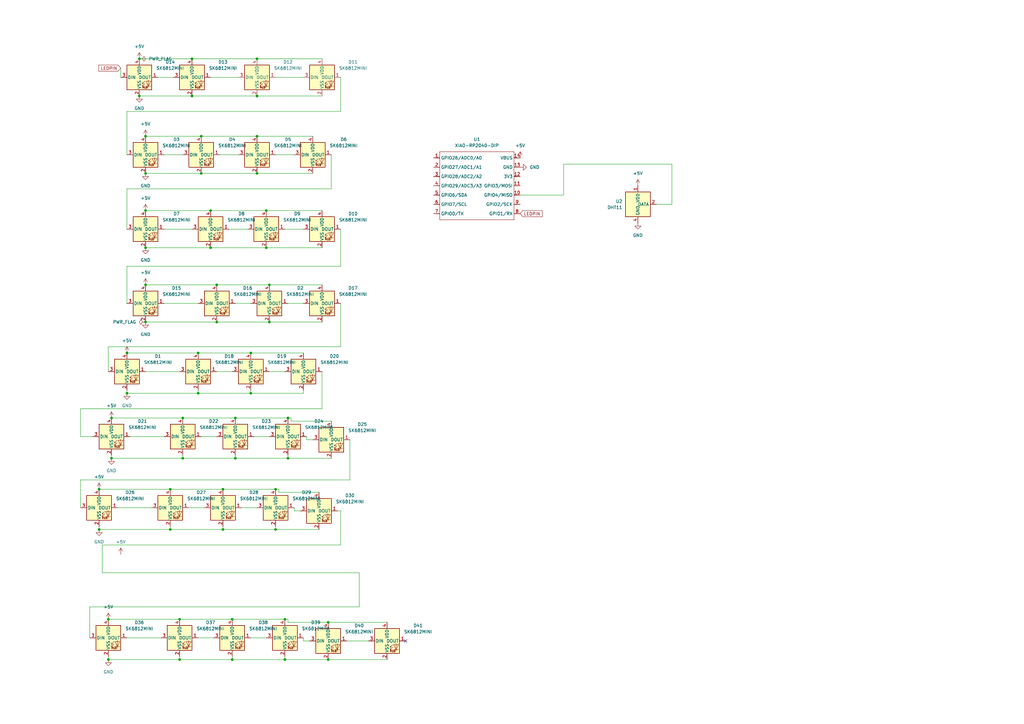
<source format=kicad_sch>
(kicad_sch
	(version 20231120)
	(generator "eeschema")
	(generator_version "8.0")
	(uuid "5b71e8e2-a5a7-4ab3-a3c6-09b4b4d90656")
	(paper "A3")
	(lib_symbols
		(symbol "LED:SK6812MINI"
			(pin_names
				(offset 0.254)
			)
			(exclude_from_sim no)
			(in_bom yes)
			(on_board yes)
			(property "Reference" "D"
				(at 5.08 5.715 0)
				(effects
					(font
						(size 1.27 1.27)
					)
					(justify right bottom)
				)
			)
			(property "Value" "SK6812MINI"
				(at 1.27 -5.715 0)
				(effects
					(font
						(size 1.27 1.27)
					)
					(justify left top)
				)
			)
			(property "Footprint" "LED_SMD:LED_SK6812MINI_PLCC4_3.5x3.5mm_P1.75mm"
				(at 1.27 -7.62 0)
				(effects
					(font
						(size 1.27 1.27)
					)
					(justify left top)
					(hide yes)
				)
			)
			(property "Datasheet" "https://cdn-shop.adafruit.com/product-files/2686/SK6812MINI_REV.01-1-2.pdf"
				(at 2.54 -9.525 0)
				(effects
					(font
						(size 1.27 1.27)
					)
					(justify left top)
					(hide yes)
				)
			)
			(property "Description" "RGB LED with integrated controller"
				(at 0 0 0)
				(effects
					(font
						(size 1.27 1.27)
					)
					(hide yes)
				)
			)
			(property "ki_keywords" "RGB LED NeoPixel Mini addressable"
				(at 0 0 0)
				(effects
					(font
						(size 1.27 1.27)
					)
					(hide yes)
				)
			)
			(property "ki_fp_filters" "LED*SK6812MINI*PLCC*3.5x3.5mm*P1.75mm*"
				(at 0 0 0)
				(effects
					(font
						(size 1.27 1.27)
					)
					(hide yes)
				)
			)
			(symbol "SK6812MINI_0_0"
				(text "RGB"
					(at 2.286 -4.191 0)
					(effects
						(font
							(size 0.762 0.762)
						)
					)
				)
			)
			(symbol "SK6812MINI_0_1"
				(polyline
					(pts
						(xy 1.27 -3.556) (xy 1.778 -3.556)
					)
					(stroke
						(width 0)
						(type default)
					)
					(fill
						(type none)
					)
				)
				(polyline
					(pts
						(xy 1.27 -2.54) (xy 1.778 -2.54)
					)
					(stroke
						(width 0)
						(type default)
					)
					(fill
						(type none)
					)
				)
				(polyline
					(pts
						(xy 4.699 -3.556) (xy 2.667 -3.556)
					)
					(stroke
						(width 0)
						(type default)
					)
					(fill
						(type none)
					)
				)
				(polyline
					(pts
						(xy 2.286 -2.54) (xy 1.27 -3.556) (xy 1.27 -3.048)
					)
					(stroke
						(width 0)
						(type default)
					)
					(fill
						(type none)
					)
				)
				(polyline
					(pts
						(xy 2.286 -1.524) (xy 1.27 -2.54) (xy 1.27 -2.032)
					)
					(stroke
						(width 0)
						(type default)
					)
					(fill
						(type none)
					)
				)
				(polyline
					(pts
						(xy 3.683 -1.016) (xy 3.683 -3.556) (xy 3.683 -4.064)
					)
					(stroke
						(width 0)
						(type default)
					)
					(fill
						(type none)
					)
				)
				(polyline
					(pts
						(xy 4.699 -1.524) (xy 2.667 -1.524) (xy 3.683 -3.556) (xy 4.699 -1.524)
					)
					(stroke
						(width 0)
						(type default)
					)
					(fill
						(type none)
					)
				)
				(rectangle
					(start 5.08 5.08)
					(end -5.08 -5.08)
					(stroke
						(width 0.254)
						(type default)
					)
					(fill
						(type background)
					)
				)
			)
			(symbol "SK6812MINI_1_1"
				(pin output line
					(at 7.62 0 180)
					(length 2.54)
					(name "DOUT"
						(effects
							(font
								(size 1.27 1.27)
							)
						)
					)
					(number "1"
						(effects
							(font
								(size 1.27 1.27)
							)
						)
					)
				)
				(pin power_in line
					(at 0 -7.62 90)
					(length 2.54)
					(name "VSS"
						(effects
							(font
								(size 1.27 1.27)
							)
						)
					)
					(number "2"
						(effects
							(font
								(size 1.27 1.27)
							)
						)
					)
				)
				(pin input line
					(at -7.62 0 0)
					(length 2.54)
					(name "DIN"
						(effects
							(font
								(size 1.27 1.27)
							)
						)
					)
					(number "3"
						(effects
							(font
								(size 1.27 1.27)
							)
						)
					)
				)
				(pin power_in line
					(at 0 7.62 270)
					(length 2.54)
					(name "VDD"
						(effects
							(font
								(size 1.27 1.27)
							)
						)
					)
					(number "4"
						(effects
							(font
								(size 1.27 1.27)
							)
						)
					)
				)
			)
		)
		(symbol "Seeed_Studio_XIAO_Series:XIAO-RP2040-DIP"
			(exclude_from_sim no)
			(in_bom yes)
			(on_board yes)
			(property "Reference" "U"
				(at 0 0 0)
				(effects
					(font
						(size 1.27 1.27)
					)
				)
			)
			(property "Value" "XIAO-RP2040-DIP"
				(at 5.334 -1.778 0)
				(effects
					(font
						(size 1.27 1.27)
					)
				)
			)
			(property "Footprint" "Module:MOUDLE14P-XIAO-DIP-SMD"
				(at 14.478 -32.258 0)
				(effects
					(font
						(size 1.27 1.27)
					)
					(hide yes)
				)
			)
			(property "Datasheet" ""
				(at 0 0 0)
				(effects
					(font
						(size 1.27 1.27)
					)
					(hide yes)
				)
			)
			(property "Description" ""
				(at 0 0 0)
				(effects
					(font
						(size 1.27 1.27)
					)
					(hide yes)
				)
			)
			(symbol "XIAO-RP2040-DIP_1_0"
				(polyline
					(pts
						(xy -1.27 -30.48) (xy -1.27 -16.51)
					)
					(stroke
						(width 0.1524)
						(type solid)
					)
					(fill
						(type none)
					)
				)
				(polyline
					(pts
						(xy -1.27 -27.94) (xy -2.54 -27.94)
					)
					(stroke
						(width 0.1524)
						(type solid)
					)
					(fill
						(type none)
					)
				)
				(polyline
					(pts
						(xy -1.27 -24.13) (xy -2.54 -24.13)
					)
					(stroke
						(width 0.1524)
						(type solid)
					)
					(fill
						(type none)
					)
				)
				(polyline
					(pts
						(xy -1.27 -20.32) (xy -2.54 -20.32)
					)
					(stroke
						(width 0.1524)
						(type solid)
					)
					(fill
						(type none)
					)
				)
				(polyline
					(pts
						(xy -1.27 -16.51) (xy -2.54 -16.51)
					)
					(stroke
						(width 0.1524)
						(type solid)
					)
					(fill
						(type none)
					)
				)
				(polyline
					(pts
						(xy -1.27 -16.51) (xy -1.27 -12.7)
					)
					(stroke
						(width 0.1524)
						(type solid)
					)
					(fill
						(type none)
					)
				)
				(polyline
					(pts
						(xy -1.27 -12.7) (xy -2.54 -12.7)
					)
					(stroke
						(width 0.1524)
						(type solid)
					)
					(fill
						(type none)
					)
				)
				(polyline
					(pts
						(xy -1.27 -12.7) (xy -1.27 -8.89)
					)
					(stroke
						(width 0.1524)
						(type solid)
					)
					(fill
						(type none)
					)
				)
				(polyline
					(pts
						(xy -1.27 -8.89) (xy -2.54 -8.89)
					)
					(stroke
						(width 0.1524)
						(type solid)
					)
					(fill
						(type none)
					)
				)
				(polyline
					(pts
						(xy -1.27 -8.89) (xy -1.27 -5.08)
					)
					(stroke
						(width 0.1524)
						(type solid)
					)
					(fill
						(type none)
					)
				)
				(polyline
					(pts
						(xy -1.27 -5.08) (xy -2.54 -5.08)
					)
					(stroke
						(width 0.1524)
						(type solid)
					)
					(fill
						(type none)
					)
				)
				(polyline
					(pts
						(xy -1.27 -5.08) (xy -1.27 -2.54)
					)
					(stroke
						(width 0.1524)
						(type solid)
					)
					(fill
						(type none)
					)
				)
				(polyline
					(pts
						(xy -1.27 -2.54) (xy 29.21 -2.54)
					)
					(stroke
						(width 0.1524)
						(type solid)
					)
					(fill
						(type none)
					)
				)
				(polyline
					(pts
						(xy 29.21 -30.48) (xy -1.27 -30.48)
					)
					(stroke
						(width 0.1524)
						(type solid)
					)
					(fill
						(type none)
					)
				)
				(polyline
					(pts
						(xy 29.21 -12.7) (xy 29.21 -30.48)
					)
					(stroke
						(width 0.1524)
						(type solid)
					)
					(fill
						(type none)
					)
				)
				(polyline
					(pts
						(xy 29.21 -8.89) (xy 29.21 -12.7)
					)
					(stroke
						(width 0.1524)
						(type solid)
					)
					(fill
						(type none)
					)
				)
				(polyline
					(pts
						(xy 29.21 -5.08) (xy 29.21 -8.89)
					)
					(stroke
						(width 0.1524)
						(type solid)
					)
					(fill
						(type none)
					)
				)
				(polyline
					(pts
						(xy 29.21 -2.54) (xy 29.21 -5.08)
					)
					(stroke
						(width 0.1524)
						(type solid)
					)
					(fill
						(type none)
					)
				)
				(polyline
					(pts
						(xy 30.48 -27.94) (xy 29.21 -27.94)
					)
					(stroke
						(width 0.1524)
						(type solid)
					)
					(fill
						(type none)
					)
				)
				(polyline
					(pts
						(xy 30.48 -24.13) (xy 29.21 -24.13)
					)
					(stroke
						(width 0.1524)
						(type solid)
					)
					(fill
						(type none)
					)
				)
				(polyline
					(pts
						(xy 30.48 -20.32) (xy 29.21 -20.32)
					)
					(stroke
						(width 0.1524)
						(type solid)
					)
					(fill
						(type none)
					)
				)
				(polyline
					(pts
						(xy 30.48 -16.51) (xy 29.21 -16.51)
					)
					(stroke
						(width 0.1524)
						(type solid)
					)
					(fill
						(type none)
					)
				)
				(polyline
					(pts
						(xy 30.48 -12.7) (xy 29.21 -12.7)
					)
					(stroke
						(width 0.1524)
						(type solid)
					)
					(fill
						(type none)
					)
				)
				(polyline
					(pts
						(xy 30.48 -8.89) (xy 29.21 -8.89)
					)
					(stroke
						(width 0.1524)
						(type solid)
					)
					(fill
						(type none)
					)
				)
				(polyline
					(pts
						(xy 30.48 -5.08) (xy 29.21 -5.08)
					)
					(stroke
						(width 0.1524)
						(type solid)
					)
					(fill
						(type none)
					)
				)
				(pin passive line
					(at -3.81 -5.08 0)
					(length 2.54)
					(name "GPIO26/ADC0/A0"
						(effects
							(font
								(size 1.27 1.27)
							)
						)
					)
					(number "1"
						(effects
							(font
								(size 1.27 1.27)
							)
						)
					)
				)
				(pin passive line
					(at 31.75 -20.32 180)
					(length 2.54)
					(name "GPIO4/MISO"
						(effects
							(font
								(size 1.27 1.27)
							)
						)
					)
					(number "10"
						(effects
							(font
								(size 1.27 1.27)
							)
						)
					)
				)
				(pin passive line
					(at 31.75 -16.51 180)
					(length 2.54)
					(name "GPIO3/MOSI"
						(effects
							(font
								(size 1.27 1.27)
							)
						)
					)
					(number "11"
						(effects
							(font
								(size 1.27 1.27)
							)
						)
					)
				)
				(pin passive line
					(at 31.75 -12.7 180)
					(length 2.54)
					(name "3V3"
						(effects
							(font
								(size 1.27 1.27)
							)
						)
					)
					(number "12"
						(effects
							(font
								(size 1.27 1.27)
							)
						)
					)
				)
				(pin passive line
					(at 31.75 -8.89 180)
					(length 2.54)
					(name "GND"
						(effects
							(font
								(size 1.27 1.27)
							)
						)
					)
					(number "13"
						(effects
							(font
								(size 1.27 1.27)
							)
						)
					)
				)
				(pin passive line
					(at 31.75 -5.08 180)
					(length 2.54)
					(name "VBUS"
						(effects
							(font
								(size 1.27 1.27)
							)
						)
					)
					(number "14"
						(effects
							(font
								(size 1.27 1.27)
							)
						)
					)
				)
				(pin passive line
					(at -3.81 -8.89 0)
					(length 2.54)
					(name "GPIO27/ADC1/A1"
						(effects
							(font
								(size 1.27 1.27)
							)
						)
					)
					(number "2"
						(effects
							(font
								(size 1.27 1.27)
							)
						)
					)
				)
				(pin passive line
					(at -3.81 -12.7 0)
					(length 2.54)
					(name "GPIO28/ADC2/A2"
						(effects
							(font
								(size 1.27 1.27)
							)
						)
					)
					(number "3"
						(effects
							(font
								(size 1.27 1.27)
							)
						)
					)
				)
				(pin passive line
					(at -3.81 -16.51 0)
					(length 2.54)
					(name "GPIO29/ADC3/A3"
						(effects
							(font
								(size 1.27 1.27)
							)
						)
					)
					(number "4"
						(effects
							(font
								(size 1.27 1.27)
							)
						)
					)
				)
				(pin passive line
					(at -3.81 -20.32 0)
					(length 2.54)
					(name "GPIO6/SDA"
						(effects
							(font
								(size 1.27 1.27)
							)
						)
					)
					(number "5"
						(effects
							(font
								(size 1.27 1.27)
							)
						)
					)
				)
				(pin passive line
					(at -3.81 -24.13 0)
					(length 2.54)
					(name "GPIO7/SCL"
						(effects
							(font
								(size 1.27 1.27)
							)
						)
					)
					(number "6"
						(effects
							(font
								(size 1.27 1.27)
							)
						)
					)
				)
				(pin passive line
					(at -3.81 -27.94 0)
					(length 2.54)
					(name "GPIO0/TX"
						(effects
							(font
								(size 1.27 1.27)
							)
						)
					)
					(number "7"
						(effects
							(font
								(size 1.27 1.27)
							)
						)
					)
				)
				(pin passive line
					(at 31.75 -27.94 180)
					(length 2.54)
					(name "GPIO1/RX"
						(effects
							(font
								(size 1.27 1.27)
							)
						)
					)
					(number "8"
						(effects
							(font
								(size 1.27 1.27)
							)
						)
					)
				)
				(pin passive line
					(at 31.75 -24.13 180)
					(length 2.54)
					(name "GPIO2/SCK"
						(effects
							(font
								(size 1.27 1.27)
							)
						)
					)
					(number "9"
						(effects
							(font
								(size 1.27 1.27)
							)
						)
					)
				)
			)
		)
		(symbol "Sensor:DHT11"
			(exclude_from_sim no)
			(in_bom yes)
			(on_board yes)
			(property "Reference" "U"
				(at -3.81 6.35 0)
				(effects
					(font
						(size 1.27 1.27)
					)
				)
			)
			(property "Value" "DHT11"
				(at 3.81 6.35 0)
				(effects
					(font
						(size 1.27 1.27)
					)
				)
			)
			(property "Footprint" "Sensor:Aosong_DHT11_5.5x12.0_P2.54mm"
				(at 0 -10.16 0)
				(effects
					(font
						(size 1.27 1.27)
					)
					(hide yes)
				)
			)
			(property "Datasheet" "http://akizukidenshi.com/download/ds/aosong/DHT11.pdf"
				(at 3.81 6.35 0)
				(effects
					(font
						(size 1.27 1.27)
					)
					(hide yes)
				)
			)
			(property "Description" "3.3V to 5.5V, temperature and humidity module, DHT11"
				(at 0 0 0)
				(effects
					(font
						(size 1.27 1.27)
					)
					(hide yes)
				)
			)
			(property "ki_keywords" "digital sensor"
				(at 0 0 0)
				(effects
					(font
						(size 1.27 1.27)
					)
					(hide yes)
				)
			)
			(property "ki_fp_filters" "Aosong*DHT11*5.5x12.0*P2.54mm*"
				(at 0 0 0)
				(effects
					(font
						(size 1.27 1.27)
					)
					(hide yes)
				)
			)
			(symbol "DHT11_0_1"
				(rectangle
					(start -5.08 5.08)
					(end 5.08 -5.08)
					(stroke
						(width 0.254)
						(type default)
					)
					(fill
						(type background)
					)
				)
			)
			(symbol "DHT11_1_1"
				(pin power_in line
					(at 0 7.62 270)
					(length 2.54)
					(name "VDD"
						(effects
							(font
								(size 1.27 1.27)
							)
						)
					)
					(number "1"
						(effects
							(font
								(size 1.27 1.27)
							)
						)
					)
				)
				(pin bidirectional line
					(at 7.62 0 180)
					(length 2.54)
					(name "DATA"
						(effects
							(font
								(size 1.27 1.27)
							)
						)
					)
					(number "2"
						(effects
							(font
								(size 1.27 1.27)
							)
						)
					)
				)
				(pin no_connect line
					(at -5.08 0 0)
					(length 2.54) hide
					(name "NC"
						(effects
							(font
								(size 1.27 1.27)
							)
						)
					)
					(number "3"
						(effects
							(font
								(size 1.27 1.27)
							)
						)
					)
				)
				(pin power_in line
					(at 0 -7.62 90)
					(length 2.54)
					(name "GND"
						(effects
							(font
								(size 1.27 1.27)
							)
						)
					)
					(number "4"
						(effects
							(font
								(size 1.27 1.27)
							)
						)
					)
				)
			)
		)
		(symbol "power:+5V"
			(power)
			(pin_numbers hide)
			(pin_names
				(offset 0) hide)
			(exclude_from_sim no)
			(in_bom yes)
			(on_board yes)
			(property "Reference" "#PWR"
				(at 0 -3.81 0)
				(effects
					(font
						(size 1.27 1.27)
					)
					(hide yes)
				)
			)
			(property "Value" "+5V"
				(at 0 3.556 0)
				(effects
					(font
						(size 1.27 1.27)
					)
				)
			)
			(property "Footprint" ""
				(at 0 0 0)
				(effects
					(font
						(size 1.27 1.27)
					)
					(hide yes)
				)
			)
			(property "Datasheet" ""
				(at 0 0 0)
				(effects
					(font
						(size 1.27 1.27)
					)
					(hide yes)
				)
			)
			(property "Description" "Power symbol creates a global label with name \"+5V\""
				(at 0 0 0)
				(effects
					(font
						(size 1.27 1.27)
					)
					(hide yes)
				)
			)
			(property "ki_keywords" "global power"
				(at 0 0 0)
				(effects
					(font
						(size 1.27 1.27)
					)
					(hide yes)
				)
			)
			(symbol "+5V_0_1"
				(polyline
					(pts
						(xy -0.762 1.27) (xy 0 2.54)
					)
					(stroke
						(width 0)
						(type default)
					)
					(fill
						(type none)
					)
				)
				(polyline
					(pts
						(xy 0 0) (xy 0 2.54)
					)
					(stroke
						(width 0)
						(type default)
					)
					(fill
						(type none)
					)
				)
				(polyline
					(pts
						(xy 0 2.54) (xy 0.762 1.27)
					)
					(stroke
						(width 0)
						(type default)
					)
					(fill
						(type none)
					)
				)
			)
			(symbol "+5V_1_1"
				(pin power_in line
					(at 0 0 90)
					(length 0)
					(name "~"
						(effects
							(font
								(size 1.27 1.27)
							)
						)
					)
					(number "1"
						(effects
							(font
								(size 1.27 1.27)
							)
						)
					)
				)
			)
		)
		(symbol "power:GND"
			(power)
			(pin_numbers hide)
			(pin_names
				(offset 0) hide)
			(exclude_from_sim no)
			(in_bom yes)
			(on_board yes)
			(property "Reference" "#PWR"
				(at 0 -6.35 0)
				(effects
					(font
						(size 1.27 1.27)
					)
					(hide yes)
				)
			)
			(property "Value" "GND"
				(at 0 -3.81 0)
				(effects
					(font
						(size 1.27 1.27)
					)
				)
			)
			(property "Footprint" ""
				(at 0 0 0)
				(effects
					(font
						(size 1.27 1.27)
					)
					(hide yes)
				)
			)
			(property "Datasheet" ""
				(at 0 0 0)
				(effects
					(font
						(size 1.27 1.27)
					)
					(hide yes)
				)
			)
			(property "Description" "Power symbol creates a global label with name \"GND\" , ground"
				(at 0 0 0)
				(effects
					(font
						(size 1.27 1.27)
					)
					(hide yes)
				)
			)
			(property "ki_keywords" "global power"
				(at 0 0 0)
				(effects
					(font
						(size 1.27 1.27)
					)
					(hide yes)
				)
			)
			(symbol "GND_0_1"
				(polyline
					(pts
						(xy 0 0) (xy 0 -1.27) (xy 1.27 -1.27) (xy 0 -2.54) (xy -1.27 -1.27) (xy 0 -1.27)
					)
					(stroke
						(width 0)
						(type default)
					)
					(fill
						(type none)
					)
				)
			)
			(symbol "GND_1_1"
				(pin power_in line
					(at 0 0 270)
					(length 0)
					(name "~"
						(effects
							(font
								(size 1.27 1.27)
							)
						)
					)
					(number "1"
						(effects
							(font
								(size 1.27 1.27)
							)
						)
					)
				)
			)
		)
		(symbol "power:PWR_FLAG"
			(power)
			(pin_numbers hide)
			(pin_names
				(offset 0) hide)
			(exclude_from_sim no)
			(in_bom yes)
			(on_board yes)
			(property "Reference" "#FLG"
				(at 0 1.905 0)
				(effects
					(font
						(size 1.27 1.27)
					)
					(hide yes)
				)
			)
			(property "Value" "PWR_FLAG"
				(at 0 3.81 0)
				(effects
					(font
						(size 1.27 1.27)
					)
				)
			)
			(property "Footprint" ""
				(at 0 0 0)
				(effects
					(font
						(size 1.27 1.27)
					)
					(hide yes)
				)
			)
			(property "Datasheet" "~"
				(at 0 0 0)
				(effects
					(font
						(size 1.27 1.27)
					)
					(hide yes)
				)
			)
			(property "Description" "Special symbol for telling ERC where power comes from"
				(at 0 0 0)
				(effects
					(font
						(size 1.27 1.27)
					)
					(hide yes)
				)
			)
			(property "ki_keywords" "flag power"
				(at 0 0 0)
				(effects
					(font
						(size 1.27 1.27)
					)
					(hide yes)
				)
			)
			(symbol "PWR_FLAG_0_0"
				(pin power_out line
					(at 0 0 90)
					(length 0)
					(name "~"
						(effects
							(font
								(size 1.27 1.27)
							)
						)
					)
					(number "1"
						(effects
							(font
								(size 1.27 1.27)
							)
						)
					)
				)
			)
			(symbol "PWR_FLAG_0_1"
				(polyline
					(pts
						(xy 0 0) (xy 0 1.27) (xy -1.016 1.905) (xy 0 2.54) (xy 1.016 1.905) (xy 0 1.27)
					)
					(stroke
						(width 0)
						(type default)
					)
					(fill
						(type none)
					)
				)
			)
		)
	)
	(junction
		(at 134.62 255.27)
		(diameter 0)
		(color 0 0 0 0)
		(uuid "0d54d392-8fb4-4223-8f63-8c09d260f245")
	)
	(junction
		(at 105.41 24.13)
		(diameter 0)
		(color 0 0 0 0)
		(uuid "14298689-702a-4944-acea-58e97f07d5a0")
	)
	(junction
		(at 118.11 171.45)
		(diameter 0)
		(color 0 0 0 0)
		(uuid "14ced24d-8070-4d54-86ee-625bab5afd0b")
	)
	(junction
		(at 82.55 71.12)
		(diameter 0)
		(color 0 0 0 0)
		(uuid "1744be43-11ed-48b7-b6d5-6de126b19dd9")
	)
	(junction
		(at 40.64 217.17)
		(diameter 0)
		(color 0 0 0 0)
		(uuid "2b99a469-b029-4d33-9ebf-c4ab18c25c85")
	)
	(junction
		(at 91.44 200.66)
		(diameter 0)
		(color 0 0 0 0)
		(uuid "31275a94-2473-49a9-b80b-7934c4066adc")
	)
	(junction
		(at 74.93 187.96)
		(diameter 0)
		(color 0 0 0 0)
		(uuid "31dd480b-a879-4846-87c1-1a47e298c07b")
	)
	(junction
		(at 116.84 270.51)
		(diameter 0)
		(color 0 0 0 0)
		(uuid "330789c3-cf25-4839-820b-b9f784472da9")
	)
	(junction
		(at 86.36 101.6)
		(diameter 0)
		(color 0 0 0 0)
		(uuid "33fde527-6c72-403b-b78a-20af14d49fd9")
	)
	(junction
		(at 57.15 39.37)
		(diameter 0)
		(color 0 0 0 0)
		(uuid "364891ef-b606-4be4-91a2-6bfd5902e2b5")
	)
	(junction
		(at 73.66 270.51)
		(diameter 0)
		(color 0 0 0 0)
		(uuid "41637e32-f689-4ca1-9631-c60633a3a383")
	)
	(junction
		(at 95.25 270.51)
		(diameter 0)
		(color 0 0 0 0)
		(uuid "44e3a24c-39d6-40e8-bbe0-701aa3879ad8")
	)
	(junction
		(at 81.28 144.78)
		(diameter 0)
		(color 0 0 0 0)
		(uuid "47edc299-0934-4e0c-8fac-69e4f6bf6f0f")
	)
	(junction
		(at 113.03 217.17)
		(diameter 0)
		(color 0 0 0 0)
		(uuid "48c74fca-49c9-44a6-89c8-cd130732b93b")
	)
	(junction
		(at 134.62 270.51)
		(diameter 0)
		(color 0 0 0 0)
		(uuid "4f38771d-020f-4e09-9cc3-e76c6ce923fb")
	)
	(junction
		(at 88.9 116.84)
		(diameter 0)
		(color 0 0 0 0)
		(uuid "55852c89-6859-449e-b399-b8f4baca9cb2")
	)
	(junction
		(at 116.84 254)
		(diameter 0)
		(color 0 0 0 0)
		(uuid "593cf4a5-e513-44e3-938a-5e4164847b39")
	)
	(junction
		(at 110.49 116.84)
		(diameter 0)
		(color 0 0 0 0)
		(uuid "5d51e36e-be62-49c8-a7c0-4a6b9be83da0")
	)
	(junction
		(at 109.22 101.6)
		(diameter 0)
		(color 0 0 0 0)
		(uuid "5f4ae7c9-e7db-44ae-8172-a7b18b420410")
	)
	(junction
		(at 88.9 132.08)
		(diameter 0)
		(color 0 0 0 0)
		(uuid "5fab7e1a-a430-4da5-aba4-920e049c9409")
	)
	(junction
		(at 102.87 161.29)
		(diameter 0)
		(color 0 0 0 0)
		(uuid "61109705-4d9d-4011-a267-e805016a112e")
	)
	(junction
		(at 59.69 71.12)
		(diameter 0)
		(color 0 0 0 0)
		(uuid "6a2fb687-5329-468b-bcf7-c59a5e4fb1d2")
	)
	(junction
		(at 105.41 71.12)
		(diameter 0)
		(color 0 0 0 0)
		(uuid "6dd566a4-e0dd-407c-a399-22ae4983cbd0")
	)
	(junction
		(at 59.69 55.88)
		(diameter 0)
		(color 0 0 0 0)
		(uuid "727c76e0-49ef-43b5-ab24-7fda449e6ef0")
	)
	(junction
		(at 59.69 101.6)
		(diameter 0)
		(color 0 0 0 0)
		(uuid "7525526b-9242-47b3-af4e-8d6610a535a4")
	)
	(junction
		(at 82.55 55.88)
		(diameter 0)
		(color 0 0 0 0)
		(uuid "77c2ff11-e7c0-46aa-bcfa-762d589f8e2d")
	)
	(junction
		(at 69.85 217.17)
		(diameter 0)
		(color 0 0 0 0)
		(uuid "7f2ef9ca-394c-45f1-bd9e-2204df8e15c8")
	)
	(junction
		(at 81.28 161.29)
		(diameter 0)
		(color 0 0 0 0)
		(uuid "828c6db6-37b5-4673-8a43-ac35cfdbd055")
	)
	(junction
		(at 40.64 200.66)
		(diameter 0)
		(color 0 0 0 0)
		(uuid "8a64bd1b-b6b3-4b15-9877-3fa744a15bf0")
	)
	(junction
		(at 52.07 144.78)
		(diameter 0)
		(color 0 0 0 0)
		(uuid "8ba28aeb-b100-4993-b962-a4c41a85a083")
	)
	(junction
		(at 78.74 24.13)
		(diameter 0)
		(color 0 0 0 0)
		(uuid "92841979-0c9f-4859-a61f-ad960e5963da")
	)
	(junction
		(at 109.22 86.36)
		(diameter 0)
		(color 0 0 0 0)
		(uuid "97183533-c1d0-42dd-b534-b57e8789148b")
	)
	(junction
		(at 110.49 132.08)
		(diameter 0)
		(color 0 0 0 0)
		(uuid "97af8373-0e86-4bff-9fe6-01a926f60ecd")
	)
	(junction
		(at 105.41 55.88)
		(diameter 0)
		(color 0 0 0 0)
		(uuid "9c72c9a6-be75-423b-90e7-e5226d52084c")
	)
	(junction
		(at 96.52 171.45)
		(diameter 0)
		(color 0 0 0 0)
		(uuid "a3eacc8f-c473-47a2-bd91-7676495f3387")
	)
	(junction
		(at 73.66 254)
		(diameter 0)
		(color 0 0 0 0)
		(uuid "aa9905b3-94e9-4579-a5b3-0557993bbc84")
	)
	(junction
		(at 118.11 187.96)
		(diameter 0)
		(color 0 0 0 0)
		(uuid "af10ab90-7137-4ca9-8f41-e5a2a67d689d")
	)
	(junction
		(at 57.15 24.13)
		(diameter 0)
		(color 0 0 0 0)
		(uuid "b696fac1-a87e-496c-8eee-a10673dc7d0c")
	)
	(junction
		(at 45.72 187.96)
		(diameter 0)
		(color 0 0 0 0)
		(uuid "b89774cf-c5d2-4f2a-a034-664bb3b568e5")
	)
	(junction
		(at 59.69 132.08)
		(diameter 0)
		(color 0 0 0 0)
		(uuid "ba9528af-d97d-43bd-9a7d-1ce3b1039ebd")
	)
	(junction
		(at 96.52 187.96)
		(diameter 0)
		(color 0 0 0 0)
		(uuid "bab4c559-b62b-4c88-b68c-a9ce495fe46d")
	)
	(junction
		(at 59.69 116.84)
		(diameter 0)
		(color 0 0 0 0)
		(uuid "c35cbd31-6420-40a5-8622-21e7055a7652")
	)
	(junction
		(at 59.69 86.36)
		(diameter 0)
		(color 0 0 0 0)
		(uuid "c59c70ce-64aa-4208-af0a-0fbcaced87d8")
	)
	(junction
		(at 74.93 171.45)
		(diameter 0)
		(color 0 0 0 0)
		(uuid "cd2b6fc6-e562-4a4e-98d2-78d6e89611b9")
	)
	(junction
		(at 86.36 86.36)
		(diameter 0)
		(color 0 0 0 0)
		(uuid "cda6129a-e2ed-4712-ad0c-d1356f862e09")
	)
	(junction
		(at 105.41 39.37)
		(diameter 0)
		(color 0 0 0 0)
		(uuid "d00262e6-ccbd-470a-aa18-5626645b08cb")
	)
	(junction
		(at 69.85 200.66)
		(diameter 0)
		(color 0 0 0 0)
		(uuid "d133a29a-6b28-42bc-97c5-cd0b81ac0755")
	)
	(junction
		(at 44.45 254)
		(diameter 0)
		(color 0 0 0 0)
		(uuid "d94135ed-a4b7-4b1a-9071-02d7d157b876")
	)
	(junction
		(at 95.25 254)
		(diameter 0)
		(color 0 0 0 0)
		(uuid "d993146c-219b-4682-94df-a9785e7b3636")
	)
	(junction
		(at 44.45 270.51)
		(diameter 0)
		(color 0 0 0 0)
		(uuid "da63fda5-e744-4517-8166-a4a96f8ab911")
	)
	(junction
		(at 102.87 144.78)
		(diameter 0)
		(color 0 0 0 0)
		(uuid "db2c27c1-3ef1-4650-bab7-79ccad1a102a")
	)
	(junction
		(at 91.44 217.17)
		(diameter 0)
		(color 0 0 0 0)
		(uuid "edeccf97-1202-4891-ba64-344fe91e8e35")
	)
	(junction
		(at 78.74 39.37)
		(diameter 0)
		(color 0 0 0 0)
		(uuid "f766a3a9-5c33-4f9d-8361-bcec491292e0")
	)
	(junction
		(at 52.07 161.29)
		(diameter 0)
		(color 0 0 0 0)
		(uuid "f9171e09-529c-4358-87be-8b94451dc800")
	)
	(junction
		(at 45.72 171.45)
		(diameter 0)
		(color 0 0 0 0)
		(uuid "fef69223-5092-453e-a217-f956877cd896")
	)
	(junction
		(at 113.03 200.66)
		(diameter 0)
		(color 0 0 0 0)
		(uuid "ff6878bc-a758-43ac-b014-1a8adf4a3ad7")
	)
	(no_connect
		(at 166.37 262.89)
		(uuid "643782db-ac88-4906-9654-2399166a988c")
	)
	(wire
		(pts
			(xy 231.14 80.01) (xy 213.36 80.01)
		)
		(stroke
			(width 0)
			(type default)
		)
		(uuid "01cc6be8-994b-4193-bb87-01b079c6f63a")
	)
	(wire
		(pts
			(xy 95.25 270.51) (xy 116.84 270.51)
		)
		(stroke
			(width 0)
			(type default)
		)
		(uuid "01d3df74-4d62-4908-b7af-6d435c5f946c")
	)
	(wire
		(pts
			(xy 40.64 217.17) (xy 40.64 215.9)
		)
		(stroke
			(width 0)
			(type default)
		)
		(uuid "03e597bf-70d6-46cb-8f70-de7c0c82381c")
	)
	(wire
		(pts
			(xy 52.07 93.98) (xy 52.07 77.47)
		)
		(stroke
			(width 0)
			(type default)
		)
		(uuid "03e59ec2-c3ca-4a3f-9a10-06770aba3893")
	)
	(wire
		(pts
			(xy 88.9 152.4) (xy 95.25 152.4)
		)
		(stroke
			(width 0)
			(type default)
		)
		(uuid "0588025c-2c6b-4ff6-95c4-692580f7b0aa")
	)
	(wire
		(pts
			(xy 113.03 200.66) (xy 114.3 200.66)
		)
		(stroke
			(width 0)
			(type default)
		)
		(uuid "06265547-3197-45f0-8fda-f564abc27a48")
	)
	(wire
		(pts
			(xy 102.87 261.62) (xy 109.22 261.62)
		)
		(stroke
			(width 0)
			(type default)
		)
		(uuid "06906b67-c2e2-4c90-aabf-729aba59ae7b")
	)
	(wire
		(pts
			(xy 96.52 171.45) (xy 118.11 171.45)
		)
		(stroke
			(width 0)
			(type default)
		)
		(uuid "077e8019-877d-4cbb-860b-2b6136a343de")
	)
	(wire
		(pts
			(xy 52.07 161.29) (xy 52.07 160.02)
		)
		(stroke
			(width 0)
			(type default)
		)
		(uuid "0c6712b4-148f-4c71-a4be-8fbca6acc107")
	)
	(wire
		(pts
			(xy 41.91 234.95) (xy 147.32 234.95)
		)
		(stroke
			(width 0)
			(type default)
		)
		(uuid "0f6e357b-7cae-4351-aa5b-49b96f245fe7")
	)
	(wire
		(pts
			(xy 116.84 254) (xy 118.11 254)
		)
		(stroke
			(width 0)
			(type default)
		)
		(uuid "0f987255-cfe2-4fc4-9129-cb2a5cc13fe3")
	)
	(wire
		(pts
			(xy 33.02 196.85) (xy 143.51 196.85)
		)
		(stroke
			(width 0)
			(type default)
		)
		(uuid "12a4bf17-9311-483a-b6df-d865ed2824d0")
	)
	(wire
		(pts
			(xy 49.53 31.75) (xy 49.53 27.94)
		)
		(stroke
			(width 0)
			(type default)
		)
		(uuid "13b6f36d-2da9-4742-9bc7-cf6c4a27e8ca")
	)
	(wire
		(pts
			(xy 67.31 93.98) (xy 78.74 93.98)
		)
		(stroke
			(width 0)
			(type default)
		)
		(uuid "140a34f9-1dcd-493f-9d92-4af451f002f8")
	)
	(wire
		(pts
			(xy 143.51 196.85) (xy 143.51 180.34)
		)
		(stroke
			(width 0)
			(type default)
		)
		(uuid "16d1c2d1-c321-41ab-a407-55a44d1b735e")
	)
	(wire
		(pts
			(xy 69.85 200.66) (xy 91.44 200.66)
		)
		(stroke
			(width 0)
			(type default)
		)
		(uuid "1914976c-31b5-46b1-924b-37090d83b7e3")
	)
	(wire
		(pts
			(xy 52.07 45.72) (xy 139.7 45.72)
		)
		(stroke
			(width 0)
			(type default)
		)
		(uuid "19698d61-a355-48c7-bd0c-211076e21c7b")
	)
	(wire
		(pts
			(xy 52.07 144.78) (xy 81.28 144.78)
		)
		(stroke
			(width 0)
			(type default)
		)
		(uuid "1bb4964e-7629-4e9a-9575-ee64559bf9f3")
	)
	(wire
		(pts
			(xy 105.41 71.12) (xy 128.27 71.12)
		)
		(stroke
			(width 0)
			(type default)
		)
		(uuid "1c49687f-c0b4-4998-bbd2-964fead0a946")
	)
	(wire
		(pts
			(xy 116.84 93.98) (xy 124.46 93.98)
		)
		(stroke
			(width 0)
			(type default)
		)
		(uuid "1fad82cd-747b-41b9-af39-d598b648eb96")
	)
	(wire
		(pts
			(xy 132.08 152.4) (xy 132.08 167.64)
		)
		(stroke
			(width 0)
			(type default)
		)
		(uuid "1fb660e2-ae1a-4c2d-8bc0-322164b30f0e")
	)
	(wire
		(pts
			(xy 74.93 187.96) (xy 45.72 187.96)
		)
		(stroke
			(width 0)
			(type default)
		)
		(uuid "219be906-e8b4-456a-bec5-7feb116f9214")
	)
	(wire
		(pts
			(xy 67.31 63.5) (xy 74.93 63.5)
		)
		(stroke
			(width 0)
			(type default)
		)
		(uuid "21dba21a-fa6e-48eb-aa6c-a5a38a19f33a")
	)
	(wire
		(pts
			(xy 124.46 160.02) (xy 124.46 161.29)
		)
		(stroke
			(width 0)
			(type default)
		)
		(uuid "25539476-26ff-4f86-bdb0-32e850602244")
	)
	(wire
		(pts
			(xy 59.69 132.08) (xy 88.9 132.08)
		)
		(stroke
			(width 0)
			(type default)
		)
		(uuid "29413415-30de-4d58-a1cd-e156709ec857")
	)
	(wire
		(pts
			(xy 86.36 101.6) (xy 109.22 101.6)
		)
		(stroke
			(width 0)
			(type default)
		)
		(uuid "29cc51f6-177d-4400-949a-558339526d34")
	)
	(wire
		(pts
			(xy 59.69 152.4) (xy 73.66 152.4)
		)
		(stroke
			(width 0)
			(type default)
		)
		(uuid "29ff5152-e797-480a-94a4-9c4435c3816a")
	)
	(wire
		(pts
			(xy 275.59 83.82) (xy 275.59 67.31)
		)
		(stroke
			(width 0)
			(type default)
		)
		(uuid "2c2d56f3-ad24-4c08-b3a8-34d57174effe")
	)
	(wire
		(pts
			(xy 74.93 171.45) (xy 96.52 171.45)
		)
		(stroke
			(width 0)
			(type default)
		)
		(uuid "2ce2269a-008a-4162-a000-9ab357a2f496")
	)
	(wire
		(pts
			(xy 91.44 215.9) (xy 91.44 217.17)
		)
		(stroke
			(width 0)
			(type default)
		)
		(uuid "2d2e888e-6260-4090-8515-c9bc9e8e34fc")
	)
	(wire
		(pts
			(xy 33.02 179.07) (xy 38.1 179.07)
		)
		(stroke
			(width 0)
			(type default)
		)
		(uuid "2dda5ddf-7033-40d8-a7a4-84be5f3d6942")
	)
	(wire
		(pts
			(xy 91.44 217.17) (xy 113.03 217.17)
		)
		(stroke
			(width 0)
			(type default)
		)
		(uuid "305d9def-c46f-407b-b169-672a903f08b5")
	)
	(wire
		(pts
			(xy 113.03 217.17) (xy 130.81 217.17)
		)
		(stroke
			(width 0)
			(type default)
		)
		(uuid "337a9296-c9dc-4ca8-9ee3-f6acaec24633")
	)
	(wire
		(pts
			(xy 105.41 39.37) (xy 132.08 39.37)
		)
		(stroke
			(width 0)
			(type default)
		)
		(uuid "3863e9e4-c077-46b3-93a5-b43d4bb0be55")
	)
	(wire
		(pts
			(xy 113.03 215.9) (xy 113.03 217.17)
		)
		(stroke
			(width 0)
			(type default)
		)
		(uuid "39ac24bb-df50-4e7d-a99f-2dd4d7662c48")
	)
	(wire
		(pts
			(xy 110.49 152.4) (xy 116.84 152.4)
		)
		(stroke
			(width 0)
			(type default)
		)
		(uuid "39f2b3c0-97aa-42ea-a7f3-f7f60d155949")
	)
	(wire
		(pts
			(xy 139.7 209.55) (xy 139.7 223.52)
		)
		(stroke
			(width 0)
			(type default)
		)
		(uuid "3a39e5f5-12b5-4f01-85d9-c0f0d42c6f15")
	)
	(wire
		(pts
			(xy 118.11 186.69) (xy 118.11 187.96)
		)
		(stroke
			(width 0)
			(type default)
		)
		(uuid "3b3bbee6-63a4-4210-8966-1bce07c4d8d7")
	)
	(wire
		(pts
			(xy 139.7 109.22) (xy 139.7 93.98)
		)
		(stroke
			(width 0)
			(type default)
		)
		(uuid "3c767a00-13a8-40e0-b531-3d1e9791820a")
	)
	(wire
		(pts
			(xy 147.32 248.92) (xy 36.83 248.92)
		)
		(stroke
			(width 0)
			(type default)
		)
		(uuid "3ce10ee9-3444-4607-bbf8-fb97dcfded42")
	)
	(wire
		(pts
			(xy 86.36 86.36) (xy 109.22 86.36)
		)
		(stroke
			(width 0)
			(type default)
		)
		(uuid "3e94363d-3c3a-4cef-8bc2-98527d3a9877")
	)
	(wire
		(pts
			(xy 119.38 172.72) (xy 119.38 171.45)
		)
		(stroke
			(width 0)
			(type default)
		)
		(uuid "4011e876-d08b-45d3-9ffa-0373bb562de4")
	)
	(wire
		(pts
			(xy 275.59 67.31) (xy 231.14 67.31)
		)
		(stroke
			(width 0)
			(type default)
		)
		(uuid "414dddcc-c0e7-4259-9497-83705cd4c89d")
	)
	(wire
		(pts
			(xy 132.08 167.64) (xy 33.02 167.64)
		)
		(stroke
			(width 0)
			(type default)
		)
		(uuid "41b54954-ddc0-4aeb-aba0-3d869425dd7d")
	)
	(wire
		(pts
			(xy 67.31 124.46) (xy 81.28 124.46)
		)
		(stroke
			(width 0)
			(type default)
		)
		(uuid "445c770f-fad8-433d-aa7f-788cf0b91d2c")
	)
	(wire
		(pts
			(xy 110.49 116.84) (xy 132.08 116.84)
		)
		(stroke
			(width 0)
			(type default)
		)
		(uuid "4468de67-6659-4e94-818e-3de77d294047")
	)
	(wire
		(pts
			(xy 59.69 116.84) (xy 88.9 116.84)
		)
		(stroke
			(width 0)
			(type default)
		)
		(uuid "4a07bacb-6771-4138-b2cb-2310bbe41f09")
	)
	(wire
		(pts
			(xy 74.93 186.69) (xy 74.93 187.96)
		)
		(stroke
			(width 0)
			(type default)
		)
		(uuid "4aa471f6-8934-46ba-8de8-47b948a1bb96")
	)
	(wire
		(pts
			(xy 138.43 209.55) (xy 139.7 209.55)
		)
		(stroke
			(width 0)
			(type default)
		)
		(uuid "4d38fa09-26ec-4c67-a4cd-8258363e9b2c")
	)
	(wire
		(pts
			(xy 52.07 63.5) (xy 52.07 45.72)
		)
		(stroke
			(width 0)
			(type default)
		)
		(uuid "4d659806-0005-43e0-9acd-7ad807db8e00")
	)
	(wire
		(pts
			(xy 127 262.89) (xy 124.46 262.89)
		)
		(stroke
			(width 0)
			(type default)
		)
		(uuid "57ca644b-02c4-4907-a844-8b4d8c5b8e15")
	)
	(wire
		(pts
			(xy 142.24 262.89) (xy 151.13 262.89)
		)
		(stroke
			(width 0)
			(type default)
		)
		(uuid "580f08fb-7f72-4a9a-9173-01f9b06c9f54")
	)
	(wire
		(pts
			(xy 86.36 31.75) (xy 97.79 31.75)
		)
		(stroke
			(width 0)
			(type default)
		)
		(uuid "5af77112-3fd6-419c-93e2-207d9a2820c2")
	)
	(wire
		(pts
			(xy 116.84 269.24) (xy 116.84 270.51)
		)
		(stroke
			(width 0)
			(type default)
		)
		(uuid "5d92e557-3385-481b-a84d-7ac67fbb3554")
	)
	(wire
		(pts
			(xy 114.3 201.93) (xy 114.3 200.66)
		)
		(stroke
			(width 0)
			(type default)
		)
		(uuid "5db415f7-78a8-4fbf-8042-f3d09037c26a")
	)
	(wire
		(pts
			(xy 104.14 179.07) (xy 110.49 179.07)
		)
		(stroke
			(width 0)
			(type default)
		)
		(uuid "60ef502b-bcca-4fe7-b39d-e5e98a0e536e")
	)
	(wire
		(pts
			(xy 59.69 101.6) (xy 86.36 101.6)
		)
		(stroke
			(width 0)
			(type default)
		)
		(uuid "63e42b03-d438-4a3f-9f49-9eadc6349bdf")
	)
	(wire
		(pts
			(xy 45.72 171.45) (xy 74.93 171.45)
		)
		(stroke
			(width 0)
			(type default)
		)
		(uuid "64dab1a1-bd58-433e-a1a5-2ca5c9a43166")
	)
	(wire
		(pts
			(xy 109.22 101.6) (xy 132.08 101.6)
		)
		(stroke
			(width 0)
			(type default)
		)
		(uuid "69e10921-c750-4e29-b941-868681edf215")
	)
	(wire
		(pts
			(xy 53.34 179.07) (xy 67.31 179.07)
		)
		(stroke
			(width 0)
			(type default)
		)
		(uuid "6b58411a-0a62-422f-9619-678a707be76c")
	)
	(wire
		(pts
			(xy 82.55 179.07) (xy 88.9 179.07)
		)
		(stroke
			(width 0)
			(type default)
		)
		(uuid "6b61f10f-7b20-4428-b807-d29a6f87aa96")
	)
	(wire
		(pts
			(xy 116.84 270.51) (xy 134.62 270.51)
		)
		(stroke
			(width 0)
			(type default)
		)
		(uuid "6c387adc-5179-4f50-a592-c6f7b47e5353")
	)
	(wire
		(pts
			(xy 91.44 200.66) (xy 113.03 200.66)
		)
		(stroke
			(width 0)
			(type default)
		)
		(uuid "6c95a939-033e-43e2-aa6c-cc210c22b704")
	)
	(wire
		(pts
			(xy 82.55 71.12) (xy 105.41 71.12)
		)
		(stroke
			(width 0)
			(type default)
		)
		(uuid "6cb762ba-d352-46fa-a17e-f25b3d3f9e51")
	)
	(wire
		(pts
			(xy 139.7 45.72) (xy 139.7 31.75)
		)
		(stroke
			(width 0)
			(type default)
		)
		(uuid "708c8caa-ef8e-460c-bf8d-e7fd37860f34")
	)
	(wire
		(pts
			(xy 134.62 255.27) (xy 158.75 255.27)
		)
		(stroke
			(width 0)
			(type default)
		)
		(uuid "7253e9ba-c586-4de0-8188-bddb5c422d84")
	)
	(wire
		(pts
			(xy 139.7 142.24) (xy 139.7 124.46)
		)
		(stroke
			(width 0)
			(type default)
		)
		(uuid "73121799-c0c6-44c5-ae87-97c5ce9065f8")
	)
	(wire
		(pts
			(xy 73.66 270.51) (xy 44.45 270.51)
		)
		(stroke
			(width 0)
			(type default)
		)
		(uuid "77fdb4f5-0144-4b54-9531-0109a0c5aff5")
	)
	(wire
		(pts
			(xy 130.81 201.93) (xy 114.3 201.93)
		)
		(stroke
			(width 0)
			(type default)
		)
		(uuid "79c0615f-9ea6-4ce5-b298-78510713c03c")
	)
	(wire
		(pts
			(xy 124.46 262.89) (xy 124.46 261.62)
		)
		(stroke
			(width 0)
			(type default)
		)
		(uuid "79e95d7a-66f5-4f77-b1b8-aa554383fb87")
	)
	(wire
		(pts
			(xy 91.44 217.17) (xy 69.85 217.17)
		)
		(stroke
			(width 0)
			(type default)
		)
		(uuid "7a54624c-0cd9-4398-8e32-b24b01d58052")
	)
	(wire
		(pts
			(xy 52.07 261.62) (xy 66.04 261.62)
		)
		(stroke
			(width 0)
			(type default)
		)
		(uuid "7ab3224c-9f31-4f84-bd9b-05837c91a5b9")
	)
	(wire
		(pts
			(xy 128.27 180.34) (xy 125.73 180.34)
		)
		(stroke
			(width 0)
			(type default)
		)
		(uuid "7b98dd24-618c-4d70-9d29-3c2cd502c6b8")
	)
	(wire
		(pts
			(xy 134.62 270.51) (xy 158.75 270.51)
		)
		(stroke
			(width 0)
			(type default)
		)
		(uuid "7d689995-3986-4461-bcba-56e666d8dd80")
	)
	(wire
		(pts
			(xy 231.14 67.31) (xy 231.14 80.01)
		)
		(stroke
			(width 0)
			(type default)
		)
		(uuid "814216f8-ce47-44eb-9078-3b5cbbb4efdc")
	)
	(wire
		(pts
			(xy 44.45 270.51) (xy 44.45 269.24)
		)
		(stroke
			(width 0)
			(type default)
		)
		(uuid "825bfbab-c1a2-4d30-9370-9947d4ef03bc")
	)
	(wire
		(pts
			(xy 120.65 209.55) (xy 120.65 208.28)
		)
		(stroke
			(width 0)
			(type default)
		)
		(uuid "84cde8aa-a09b-4242-afed-7aa5e462ffde")
	)
	(wire
		(pts
			(xy 113.03 31.75) (xy 124.46 31.75)
		)
		(stroke
			(width 0)
			(type default)
		)
		(uuid "852d7dd0-1f11-4613-a8eb-96c998b1a6ef")
	)
	(wire
		(pts
			(xy 93.98 93.98) (xy 101.6 93.98)
		)
		(stroke
			(width 0)
			(type default)
		)
		(uuid "854a15c9-201c-44fa-a9bf-a9757f3bce2e")
	)
	(wire
		(pts
			(xy 57.15 39.37) (xy 78.74 39.37)
		)
		(stroke
			(width 0)
			(type default)
		)
		(uuid "854ca4d4-9cff-44c1-b5d3-0bc952e97802")
	)
	(wire
		(pts
			(xy 125.73 180.34) (xy 125.73 179.07)
		)
		(stroke
			(width 0)
			(type default)
		)
		(uuid "85551b95-ac31-4104-a008-92014b75c3b6")
	)
	(wire
		(pts
			(xy 113.03 63.5) (xy 120.65 63.5)
		)
		(stroke
			(width 0)
			(type default)
		)
		(uuid "87e783dd-1897-44a9-a6f4-9b0a290e0e28")
	)
	(wire
		(pts
			(xy 52.07 124.46) (xy 52.07 109.22)
		)
		(stroke
			(width 0)
			(type default)
		)
		(uuid "88f53d3d-30be-4bc4-85c5-5f8af46eed4b")
	)
	(wire
		(pts
			(xy 139.7 223.52) (xy 41.91 223.52)
		)
		(stroke
			(width 0)
			(type default)
		)
		(uuid "89ee13ac-6042-47e0-b649-3c352a68511e")
	)
	(wire
		(pts
			(xy 105.41 55.88) (xy 128.27 55.88)
		)
		(stroke
			(width 0)
			(type default)
		)
		(uuid "8d492fd7-c421-48c7-a865-3f8ed2b0568f")
	)
	(wire
		(pts
			(xy 96.52 124.46) (xy 102.87 124.46)
		)
		(stroke
			(width 0)
			(type default)
		)
		(uuid "8e39e1a8-2eb3-46e0-aff1-273028d30247")
	)
	(wire
		(pts
			(xy 102.87 160.02) (xy 102.87 161.29)
		)
		(stroke
			(width 0)
			(type default)
		)
		(uuid "8e699b28-0c12-4bbf-be14-daab672cfbb6")
	)
	(wire
		(pts
			(xy 95.25 269.24) (xy 95.25 270.51)
		)
		(stroke
			(width 0)
			(type default)
		)
		(uuid "8f448f3f-9848-435d-921f-f71c7dfbc145")
	)
	(wire
		(pts
			(xy 52.07 77.47) (xy 135.89 77.47)
		)
		(stroke
			(width 0)
			(type default)
		)
		(uuid "92bf60c6-a36f-47f2-b470-cb651bb5d13c")
	)
	(wire
		(pts
			(xy 135.89 77.47) (xy 135.89 63.5)
		)
		(stroke
			(width 0)
			(type default)
		)
		(uuid "99d4116d-a5f0-48a8-81ef-d2f463f6121c")
	)
	(wire
		(pts
			(xy 36.83 248.92) (xy 36.83 261.62)
		)
		(stroke
			(width 0)
			(type default)
		)
		(uuid "9f2570e8-a21f-4e17-977d-040016a1db27")
	)
	(wire
		(pts
			(xy 118.11 171.45) (xy 119.38 171.45)
		)
		(stroke
			(width 0)
			(type default)
		)
		(uuid "9f9f56a8-f67d-46bb-b64b-65f8a099db84")
	)
	(wire
		(pts
			(xy 123.19 209.55) (xy 120.65 209.55)
		)
		(stroke
			(width 0)
			(type default)
		)
		(uuid "a0c98bb2-786a-47d4-8a34-efdff395510d")
	)
	(wire
		(pts
			(xy 52.07 109.22) (xy 139.7 109.22)
		)
		(stroke
			(width 0)
			(type default)
		)
		(uuid "a1a72550-3b61-45c0-afc0-58ee507792e7")
	)
	(wire
		(pts
			(xy 118.11 255.27) (xy 118.11 254)
		)
		(stroke
			(width 0)
			(type default)
		)
		(uuid "a1a7cf19-eb01-4c8f-9541-2deb0b61fe74")
	)
	(wire
		(pts
			(xy 102.87 161.29) (xy 81.28 161.29)
		)
		(stroke
			(width 0)
			(type default)
		)
		(uuid "a2d8ffcc-5148-4baa-bddc-ed51ffe307e0")
	)
	(wire
		(pts
			(xy 33.02 208.28) (xy 33.02 196.85)
		)
		(stroke
			(width 0)
			(type default)
		)
		(uuid "a3ae4056-ba23-4b44-8063-88ab7e93ebfe")
	)
	(wire
		(pts
			(xy 57.15 24.13) (xy 78.74 24.13)
		)
		(stroke
			(width 0)
			(type default)
		)
		(uuid "a4c3912f-8b00-4cf6-a501-2c4dbaefa6f9")
	)
	(wire
		(pts
			(xy 73.66 269.24) (xy 73.66 270.51)
		)
		(stroke
			(width 0)
			(type default)
		)
		(uuid "a8bf7915-0bd6-486f-b280-03f6f9cc02c2")
	)
	(wire
		(pts
			(xy 82.55 55.88) (xy 105.41 55.88)
		)
		(stroke
			(width 0)
			(type default)
		)
		(uuid "aa93cce1-c0d1-4f19-894b-b8940a836e19")
	)
	(wire
		(pts
			(xy 110.49 132.08) (xy 132.08 132.08)
		)
		(stroke
			(width 0)
			(type default)
		)
		(uuid "afe3818b-11a8-4328-8051-3c1f76f5e29e")
	)
	(wire
		(pts
			(xy 90.17 63.5) (xy 97.79 63.5)
		)
		(stroke
			(width 0)
			(type default)
		)
		(uuid "b5880d9f-ce22-4783-bf78-9b48fbe4b55b")
	)
	(wire
		(pts
			(xy 44.45 142.24) (xy 139.7 142.24)
		)
		(stroke
			(width 0)
			(type default)
		)
		(uuid "b6fab769-0e7c-4752-89ed-69b2d5df3d32")
	)
	(wire
		(pts
			(xy 81.28 144.78) (xy 102.87 144.78)
		)
		(stroke
			(width 0)
			(type default)
		)
		(uuid "b9aedc1b-a329-4560-8a2d-1db20b5d19ec")
	)
	(wire
		(pts
			(xy 77.47 208.28) (xy 83.82 208.28)
		)
		(stroke
			(width 0)
			(type default)
		)
		(uuid "c0026fef-d2c9-4fee-aeb8-f753b738bfa0")
	)
	(wire
		(pts
			(xy 59.69 71.12) (xy 82.55 71.12)
		)
		(stroke
			(width 0)
			(type default)
		)
		(uuid "c05c2ece-c085-4194-bbe9-d3ba9bfe8709")
	)
	(wire
		(pts
			(xy 269.24 83.82) (xy 275.59 83.82)
		)
		(stroke
			(width 0)
			(type default)
		)
		(uuid "c168874a-5621-4ef5-af1b-243fadc9b233")
	)
	(wire
		(pts
			(xy 73.66 254) (xy 95.25 254)
		)
		(stroke
			(width 0)
			(type default)
		)
		(uuid "c1e237bf-6b21-4c5b-b356-0e4b73726041")
	)
	(wire
		(pts
			(xy 99.06 208.28) (xy 105.41 208.28)
		)
		(stroke
			(width 0)
			(type default)
		)
		(uuid "c2865305-c97a-4708-9b5f-00a93f835662")
	)
	(wire
		(pts
			(xy 69.85 217.17) (xy 40.64 217.17)
		)
		(stroke
			(width 0)
			(type default)
		)
		(uuid "c481201a-ccd2-4ff8-8a67-855a46caa80b")
	)
	(wire
		(pts
			(xy 96.52 186.69) (xy 96.52 187.96)
		)
		(stroke
			(width 0)
			(type default)
		)
		(uuid "c5a91345-3655-4ab2-9b65-ea173309c2bb")
	)
	(wire
		(pts
			(xy 59.69 86.36) (xy 86.36 86.36)
		)
		(stroke
			(width 0)
			(type default)
		)
		(uuid "c602e6f1-94ae-4f7d-b70f-849f802b7c56")
	)
	(wire
		(pts
			(xy 69.85 215.9) (xy 69.85 217.17)
		)
		(stroke
			(width 0)
			(type default)
		)
		(uuid "c638f90c-7b21-450e-ac02-488e39c67e85")
	)
	(wire
		(pts
			(xy 118.11 124.46) (xy 124.46 124.46)
		)
		(stroke
			(width 0)
			(type default)
		)
		(uuid "c90e6bde-9d59-49a4-a5f8-b47d89a2dc94")
	)
	(wire
		(pts
			(xy 147.32 234.95) (xy 147.32 248.92)
		)
		(stroke
			(width 0)
			(type default)
		)
		(uuid "cad02130-9726-43e7-ba81-907264c2c69d")
	)
	(wire
		(pts
			(xy 105.41 24.13) (xy 132.08 24.13)
		)
		(stroke
			(width 0)
			(type default)
		)
		(uuid "cafda306-026f-46d1-a508-8b40be927b81")
	)
	(wire
		(pts
			(xy 95.25 270.51) (xy 73.66 270.51)
		)
		(stroke
			(width 0)
			(type default)
		)
		(uuid "cdbef6da-9d78-4917-9538-9c4362b13dd8")
	)
	(wire
		(pts
			(xy 41.91 223.52) (xy 41.91 234.95)
		)
		(stroke
			(width 0)
			(type default)
		)
		(uuid "d16da874-86e3-4646-83dd-4c49f1d6e75a")
	)
	(wire
		(pts
			(xy 78.74 24.13) (xy 105.41 24.13)
		)
		(stroke
			(width 0)
			(type default)
		)
		(uuid "d62e20c0-0032-4fec-a306-ec700254003c")
	)
	(wire
		(pts
			(xy 109.22 86.36) (xy 132.08 86.36)
		)
		(stroke
			(width 0)
			(type default)
		)
		(uuid "dc186102-5ca4-4c3e-9a9f-8185a052b154")
	)
	(wire
		(pts
			(xy 95.25 254) (xy 116.84 254)
		)
		(stroke
			(width 0)
			(type default)
		)
		(uuid "dd13806e-a230-4955-97fc-18d7c7f542a0")
	)
	(wire
		(pts
			(xy 81.28 261.62) (xy 87.63 261.62)
		)
		(stroke
			(width 0)
			(type default)
		)
		(uuid "de89fecd-a338-4cf1-96fe-b506afafabaf")
	)
	(wire
		(pts
			(xy 44.45 254) (xy 73.66 254)
		)
		(stroke
			(width 0)
			(type default)
		)
		(uuid "e1edbb49-3e34-49d3-9d9b-20944cd99c7e")
	)
	(wire
		(pts
			(xy 81.28 160.02) (xy 81.28 161.29)
		)
		(stroke
			(width 0)
			(type default)
		)
		(uuid "e2af5920-f5ea-4a01-abae-9f708fcc9fd7")
	)
	(wire
		(pts
			(xy 81.28 161.29) (xy 52.07 161.29)
		)
		(stroke
			(width 0)
			(type default)
		)
		(uuid "e320df76-4b44-4104-9b4c-78e80eaf2889")
	)
	(wire
		(pts
			(xy 44.45 142.24) (xy 44.45 152.4)
		)
		(stroke
			(width 0)
			(type default)
		)
		(uuid "e35dea5e-1bdd-4bcc-8837-1c63f6b30434")
	)
	(wire
		(pts
			(xy 135.89 172.72) (xy 119.38 172.72)
		)
		(stroke
			(width 0)
			(type default)
		)
		(uuid "e3dc53ac-dd24-4454-8078-071b212bc5f0")
	)
	(wire
		(pts
			(xy 45.72 187.96) (xy 45.72 186.69)
		)
		(stroke
			(width 0)
			(type default)
		)
		(uuid "ea1c33ab-ef89-4af0-a91a-78dcf3cd0d93")
	)
	(wire
		(pts
			(xy 88.9 132.08) (xy 110.49 132.08)
		)
		(stroke
			(width 0)
			(type default)
		)
		(uuid "ed05fb5f-74b2-4299-8e7d-b194b95ebc18")
	)
	(wire
		(pts
			(xy 48.26 208.28) (xy 62.23 208.28)
		)
		(stroke
			(width 0)
			(type default)
		)
		(uuid "ed179667-a544-459d-ace4-08d5ffee8973")
	)
	(wire
		(pts
			(xy 118.11 255.27) (xy 134.62 255.27)
		)
		(stroke
			(width 0)
			(type default)
		)
		(uuid "ed6960d6-b970-482a-9b71-2eca1c76289d")
	)
	(wire
		(pts
			(xy 118.11 187.96) (xy 135.89 187.96)
		)
		(stroke
			(width 0)
			(type default)
		)
		(uuid "eea66d91-13c2-4fd0-9a03-ee6e646ac81e")
	)
	(wire
		(pts
			(xy 96.52 187.96) (xy 118.11 187.96)
		)
		(stroke
			(width 0)
			(type default)
		)
		(uuid "ef985447-9df6-4e58-b539-a301421196c3")
	)
	(wire
		(pts
			(xy 88.9 116.84) (xy 110.49 116.84)
		)
		(stroke
			(width 0)
			(type default)
		)
		(uuid "f19c73f1-0250-48cf-95f1-390760edc58b")
	)
	(wire
		(pts
			(xy 40.64 200.66) (xy 69.85 200.66)
		)
		(stroke
			(width 0)
			(type default)
		)
		(uuid "f2ae7fe2-2a2f-4185-9484-2a79ae56bd4e")
	)
	(wire
		(pts
			(xy 64.77 31.75) (xy 71.12 31.75)
		)
		(stroke
			(width 0)
			(type default)
		)
		(uuid "f784067e-f306-4764-b07e-7c387294748e")
	)
	(wire
		(pts
			(xy 33.02 167.64) (xy 33.02 179.07)
		)
		(stroke
			(width 0)
			(type default)
		)
		(uuid "f7c2e3c8-b365-44a0-a15f-45d0d2a69b1b")
	)
	(wire
		(pts
			(xy 102.87 144.78) (xy 124.46 144.78)
		)
		(stroke
			(width 0)
			(type default)
		)
		(uuid "f80f9906-6a1c-4f12-af47-f34790ccf051")
	)
	(wire
		(pts
			(xy 96.52 187.96) (xy 74.93 187.96)
		)
		(stroke
			(width 0)
			(type default)
		)
		(uuid "f955b97a-86e0-4f1d-8ed3-c0a0c18d7c71")
	)
	(wire
		(pts
			(xy 124.46 161.29) (xy 102.87 161.29)
		)
		(stroke
			(width 0)
			(type default)
		)
		(uuid "fc770a22-7632-4e3c-b690-8089a169a062")
	)
	(wire
		(pts
			(xy 78.74 39.37) (xy 105.41 39.37)
		)
		(stroke
			(width 0)
			(type default)
		)
		(uuid "fe018165-3732-4447-93a6-2b67ccf44efa")
	)
	(wire
		(pts
			(xy 59.69 55.88) (xy 82.55 55.88)
		)
		(stroke
			(width 0)
			(type default)
		)
		(uuid "ff4287f2-4e35-4053-9de2-031042f521d2")
	)
	(global_label "LEDPIN"
		(shape input)
		(at 213.36 87.63 0)
		(fields_autoplaced yes)
		(effects
			(font
				(size 1.27 1.27)
			)
			(justify left)
		)
		(uuid "2b5f5282-a7fd-4039-9f66-55d6dd3719ea")
		(property "Intersheetrefs" "${INTERSHEET_REFS}"
			(at 222.9976 87.63 0)
			(effects
				(font
					(size 1.27 1.27)
				)
				(justify left)
				(hide yes)
			)
		)
	)
	(global_label "LEDPIN"
		(shape input)
		(at 49.53 27.94 180)
		(fields_autoplaced yes)
		(effects
			(font
				(size 1.27 1.27)
			)
			(justify right)
		)
		(uuid "7f821a31-7ccb-4774-839b-703ab4b3d25e")
		(property "Intersheetrefs" "${INTERSHEET_REFS}"
			(at 39.8924 27.94 0)
			(effects
				(font
					(size 1.27 1.27)
				)
				(justify right)
				(hide yes)
			)
		)
	)
	(symbol
		(lib_id "LED:SK6812MINI")
		(at 78.74 31.75 0)
		(unit 1)
		(exclude_from_sim no)
		(in_bom yes)
		(on_board yes)
		(dnp no)
		(fields_autoplaced yes)
		(uuid "05264830-acac-496b-8e5e-f2bb0d43d015")
		(property "Reference" "D13"
			(at 91.44 25.4314 0)
			(effects
				(font
					(size 1.27 1.27)
				)
			)
		)
		(property "Value" "SK6812MINI"
			(at 91.44 27.9714 0)
			(effects
				(font
					(size 1.27 1.27)
				)
			)
		)
		(property "Footprint" "LED_SMD:LED_WS2812B_PLCC4_5.0x5.0mm_P3.2mm"
			(at 80.01 39.37 0)
			(effects
				(font
					(size 1.27 1.27)
				)
				(justify left top)
				(hide yes)
			)
		)
		(property "Datasheet" "https://cdn-shop.adafruit.com/product-files/2686/SK6812MINI_REV.01-1-2.pdf"
			(at 81.28 41.275 0)
			(effects
				(font
					(size 1.27 1.27)
				)
				(justify left top)
				(hide yes)
			)
		)
		(property "Description" "RGB LED with integrated controller"
			(at 78.74 31.75 0)
			(effects
				(font
					(size 1.27 1.27)
				)
				(hide yes)
			)
		)
		(pin "4"
			(uuid "858f2bbb-edea-4567-af93-0ced71b73a9d")
		)
		(pin "2"
			(uuid "325a853d-15e9-4adb-9543-f0d862261714")
		)
		(pin "1"
			(uuid "90a8c2c1-6937-4d18-a27a-a27d8f4cbf52")
		)
		(pin "3"
			(uuid "f6706afc-14c2-40c4-8812-3390677fc275")
		)
		(instances
			(project "pixeldust"
				(path "/5b71e8e2-a5a7-4ab3-a3c6-09b4b4d90656"
					(reference "D13")
					(unit 1)
				)
			)
		)
	)
	(symbol
		(lib_id "power:GND")
		(at 59.69 132.08 0)
		(unit 1)
		(exclude_from_sim no)
		(in_bom yes)
		(on_board yes)
		(dnp no)
		(fields_autoplaced yes)
		(uuid "09886d9c-1e58-4b38-b267-be253032bb6a")
		(property "Reference" "#PWR01"
			(at 59.69 138.43 0)
			(effects
				(font
					(size 1.27 1.27)
				)
				(hide yes)
			)
		)
		(property "Value" "GND"
			(at 59.69 137.16 0)
			(effects
				(font
					(size 1.27 1.27)
				)
			)
		)
		(property "Footprint" ""
			(at 59.69 132.08 0)
			(effects
				(font
					(size 1.27 1.27)
				)
				(hide yes)
			)
		)
		(property "Datasheet" ""
			(at 59.69 132.08 0)
			(effects
				(font
					(size 1.27 1.27)
				)
				(hide yes)
			)
		)
		(property "Description" "Power symbol creates a global label with name \"GND\" , ground"
			(at 59.69 132.08 0)
			(effects
				(font
					(size 1.27 1.27)
				)
				(hide yes)
			)
		)
		(pin "1"
			(uuid "d49ba401-c116-4c3c-a14e-37c87b63f8d8")
		)
		(instances
			(project ""
				(path "/5b71e8e2-a5a7-4ab3-a3c6-09b4b4d90656"
					(reference "#PWR01")
					(unit 1)
				)
			)
		)
	)
	(symbol
		(lib_id "LED:SK6812MINI")
		(at 59.69 63.5 0)
		(unit 1)
		(exclude_from_sim no)
		(in_bom yes)
		(on_board yes)
		(dnp no)
		(fields_autoplaced yes)
		(uuid "0ea0d021-6431-4483-8b35-49d6bde83766")
		(property "Reference" "D3"
			(at 72.39 57.1814 0)
			(effects
				(font
					(size 1.27 1.27)
				)
			)
		)
		(property "Value" "SK6812MINI"
			(at 72.39 59.7214 0)
			(effects
				(font
					(size 1.27 1.27)
				)
			)
		)
		(property "Footprint" "LED_SMD:LED_WS2812B_PLCC4_5.0x5.0mm_P3.2mm"
			(at 60.96 71.12 0)
			(effects
				(font
					(size 1.27 1.27)
				)
				(justify left top)
				(hide yes)
			)
		)
		(property "Datasheet" "https://cdn-shop.adafruit.com/product-files/2686/SK6812MINI_REV.01-1-2.pdf"
			(at 62.23 73.025 0)
			(effects
				(font
					(size 1.27 1.27)
				)
				(justify left top)
				(hide yes)
			)
		)
		(property "Description" "RGB LED with integrated controller"
			(at 59.69 63.5 0)
			(effects
				(font
					(size 1.27 1.27)
				)
				(hide yes)
			)
		)
		(pin "4"
			(uuid "0eccefd4-75ba-45ad-91b4-c0d3b10f64ba")
		)
		(pin "2"
			(uuid "0a80aa5a-3a9a-4b0d-b6e4-1be74a72cee1")
		)
		(pin "1"
			(uuid "365b132b-23f0-4e66-8e97-ed0e5e295cbe")
		)
		(pin "3"
			(uuid "157f3bdc-a98e-4359-95c5-e6f3350ad36b")
		)
		(instances
			(project "pixeldust"
				(path "/5b71e8e2-a5a7-4ab3-a3c6-09b4b4d90656"
					(reference "D3")
					(unit 1)
				)
			)
		)
	)
	(symbol
		(lib_id "LED:SK6812MINI")
		(at 59.69 124.46 0)
		(unit 1)
		(exclude_from_sim no)
		(in_bom yes)
		(on_board yes)
		(dnp no)
		(fields_autoplaced yes)
		(uuid "0f61df03-9ca8-40a1-80cd-652d167a8bd9")
		(property "Reference" "D15"
			(at 72.39 118.1414 0)
			(effects
				(font
					(size 1.27 1.27)
				)
			)
		)
		(property "Value" "SK6812MINI"
			(at 72.39 120.6814 0)
			(effects
				(font
					(size 1.27 1.27)
				)
			)
		)
		(property "Footprint" "LED_SMD:LED_WS2812B_PLCC4_5.0x5.0mm_P3.2mm"
			(at 60.96 132.08 0)
			(effects
				(font
					(size 1.27 1.27)
				)
				(justify left top)
				(hide yes)
			)
		)
		(property "Datasheet" "https://cdn-shop.adafruit.com/product-files/2686/SK6812MINI_REV.01-1-2.pdf"
			(at 62.23 133.985 0)
			(effects
				(font
					(size 1.27 1.27)
				)
				(justify left top)
				(hide yes)
			)
		)
		(property "Description" "RGB LED with integrated controller"
			(at 59.69 124.46 0)
			(effects
				(font
					(size 1.27 1.27)
				)
				(hide yes)
			)
		)
		(pin "4"
			(uuid "2a671628-03b7-4824-8203-5d577da99e95")
		)
		(pin "2"
			(uuid "ffbf0277-680b-4420-8800-8fc08680fb67")
		)
		(pin "1"
			(uuid "1bc694ca-7507-4c00-8833-f66172afbcec")
		)
		(pin "3"
			(uuid "ba1e78eb-3f85-4219-9412-21b3019e2f8b")
		)
		(instances
			(project "pixeldust"
				(path "/5b71e8e2-a5a7-4ab3-a3c6-09b4b4d90656"
					(reference "D15")
					(unit 1)
				)
			)
		)
	)
	(symbol
		(lib_id "LED:SK6812MINI")
		(at 73.66 261.62 0)
		(unit 1)
		(exclude_from_sim no)
		(in_bom yes)
		(on_board yes)
		(dnp no)
		(fields_autoplaced yes)
		(uuid "12fe5842-80e0-4890-9418-dc50e8e0ad5e")
		(property "Reference" "D37"
			(at 86.36 255.3014 0)
			(effects
				(font
					(size 1.27 1.27)
				)
			)
		)
		(property "Value" "SK6812MINI"
			(at 86.36 257.8414 0)
			(effects
				(font
					(size 1.27 1.27)
				)
			)
		)
		(property "Footprint" "LED_SMD:LED_WS2812B_PLCC4_5.0x5.0mm_P3.2mm"
			(at 74.93 269.24 0)
			(effects
				(font
					(size 1.27 1.27)
				)
				(justify left top)
				(hide yes)
			)
		)
		(property "Datasheet" "https://cdn-shop.adafruit.com/product-files/2686/SK6812MINI_REV.01-1-2.pdf"
			(at 76.2 271.145 0)
			(effects
				(font
					(size 1.27 1.27)
				)
				(justify left top)
				(hide yes)
			)
		)
		(property "Description" "RGB LED with integrated controller"
			(at 73.66 261.62 0)
			(effects
				(font
					(size 1.27 1.27)
				)
				(hide yes)
			)
		)
		(pin "4"
			(uuid "e5da4f61-988d-4484-880c-7f230e93fc34")
		)
		(pin "2"
			(uuid "5b1d6a45-5c08-4fb4-a3e7-4c59e1b6ceac")
		)
		(pin "1"
			(uuid "1012b5e1-2c41-4c58-922c-43f71ca0a79b")
		)
		(pin "3"
			(uuid "244cf413-b07e-4e1c-b0f1-80285ce3d9d3")
		)
		(instances
			(project "pixeldust"
				(path "/5b71e8e2-a5a7-4ab3-a3c6-09b4b4d90656"
					(reference "D37")
					(unit 1)
				)
			)
		)
	)
	(symbol
		(lib_id "LED:SK6812MINI")
		(at 116.84 261.62 0)
		(unit 1)
		(exclude_from_sim no)
		(in_bom yes)
		(on_board yes)
		(dnp no)
		(fields_autoplaced yes)
		(uuid "17be083b-f993-47b3-b243-d65218c287bf")
		(property "Reference" "D39"
			(at 129.54 255.3014 0)
			(effects
				(font
					(size 1.27 1.27)
				)
			)
		)
		(property "Value" "SK6812MINI"
			(at 129.54 257.8414 0)
			(effects
				(font
					(size 1.27 1.27)
				)
			)
		)
		(property "Footprint" "LED_SMD:LED_WS2812B_PLCC4_5.0x5.0mm_P3.2mm"
			(at 118.11 269.24 0)
			(effects
				(font
					(size 1.27 1.27)
				)
				(justify left top)
				(hide yes)
			)
		)
		(property "Datasheet" "https://cdn-shop.adafruit.com/product-files/2686/SK6812MINI_REV.01-1-2.pdf"
			(at 119.38 271.145 0)
			(effects
				(font
					(size 1.27 1.27)
				)
				(justify left top)
				(hide yes)
			)
		)
		(property "Description" "RGB LED with integrated controller"
			(at 116.84 261.62 0)
			(effects
				(font
					(size 1.27 1.27)
				)
				(hide yes)
			)
		)
		(pin "4"
			(uuid "c6f28807-d322-4fb8-a4f2-1565f9a217c3")
		)
		(pin "2"
			(uuid "54421c7c-9227-4db1-a90b-aab33dbdce10")
		)
		(pin "1"
			(uuid "7ff40ec4-535e-43fa-aa44-ec566b22d031")
		)
		(pin "3"
			(uuid "6b3d7604-f39d-4876-a5e9-2917cc286d19")
		)
		(instances
			(project "pixeldust"
				(path "/5b71e8e2-a5a7-4ab3-a3c6-09b4b4d90656"
					(reference "D39")
					(unit 1)
				)
			)
		)
	)
	(symbol
		(lib_id "LED:SK6812MINI")
		(at 86.36 93.98 0)
		(unit 1)
		(exclude_from_sim no)
		(in_bom yes)
		(on_board yes)
		(dnp no)
		(fields_autoplaced yes)
		(uuid "18031d9c-ca7d-4302-97c7-94ffa8a5049d")
		(property "Reference" "D8"
			(at 99.06 87.6614 0)
			(effects
				(font
					(size 1.27 1.27)
				)
			)
		)
		(property "Value" "SK6812MINI"
			(at 99.06 90.2014 0)
			(effects
				(font
					(size 1.27 1.27)
				)
			)
		)
		(property "Footprint" "LED_SMD:LED_WS2812B_PLCC4_5.0x5.0mm_P3.2mm"
			(at 87.63 101.6 0)
			(effects
				(font
					(size 1.27 1.27)
				)
				(justify left top)
				(hide yes)
			)
		)
		(property "Datasheet" "https://cdn-shop.adafruit.com/product-files/2686/SK6812MINI_REV.01-1-2.pdf"
			(at 88.9 103.505 0)
			(effects
				(font
					(size 1.27 1.27)
				)
				(justify left top)
				(hide yes)
			)
		)
		(property "Description" "RGB LED with integrated controller"
			(at 86.36 93.98 0)
			(effects
				(font
					(size 1.27 1.27)
				)
				(hide yes)
			)
		)
		(pin "4"
			(uuid "2a8d7387-f4c0-423e-8368-ae739abd49ff")
		)
		(pin "2"
			(uuid "e4b80a81-b737-4430-a428-1506f0c71cde")
		)
		(pin "1"
			(uuid "373f9a4c-1edb-442d-9b8b-e3ef59386fbf")
		)
		(pin "3"
			(uuid "f0438772-5ada-4870-9c17-dbd45e4b622d")
		)
		(instances
			(project "pixeldust"
				(path "/5b71e8e2-a5a7-4ab3-a3c6-09b4b4d90656"
					(reference "D8")
					(unit 1)
				)
			)
		)
	)
	(symbol
		(lib_id "power:+5V")
		(at 44.45 254 0)
		(unit 1)
		(exclude_from_sim no)
		(in_bom yes)
		(on_board yes)
		(dnp no)
		(fields_autoplaced yes)
		(uuid "191d1571-106b-4a1e-b0d6-c94634c96775")
		(property "Reference" "#PWR021"
			(at 44.45 257.81 0)
			(effects
				(font
					(size 1.27 1.27)
				)
				(hide yes)
			)
		)
		(property "Value" "+5V"
			(at 44.45 248.92 0)
			(effects
				(font
					(size 1.27 1.27)
				)
			)
		)
		(property "Footprint" ""
			(at 44.45 254 0)
			(effects
				(font
					(size 1.27 1.27)
				)
				(hide yes)
			)
		)
		(property "Datasheet" ""
			(at 44.45 254 0)
			(effects
				(font
					(size 1.27 1.27)
				)
				(hide yes)
			)
		)
		(property "Description" "Power symbol creates a global label with name \"+5V\""
			(at 44.45 254 0)
			(effects
				(font
					(size 1.27 1.27)
				)
				(hide yes)
			)
		)
		(pin "1"
			(uuid "b0c55787-4431-478a-85f9-b379ecfeb875")
		)
		(instances
			(project "pixeldust"
				(path "/5b71e8e2-a5a7-4ab3-a3c6-09b4b4d90656"
					(reference "#PWR021")
					(unit 1)
				)
			)
		)
	)
	(symbol
		(lib_id "power:GND")
		(at 261.62 91.44 0)
		(unit 1)
		(exclude_from_sim no)
		(in_bom yes)
		(on_board yes)
		(dnp no)
		(fields_autoplaced yes)
		(uuid "198e7765-7922-4625-9361-c994aa6edb8b")
		(property "Reference" "#PWR013"
			(at 261.62 97.79 0)
			(effects
				(font
					(size 1.27 1.27)
				)
				(hide yes)
			)
		)
		(property "Value" "GND"
			(at 261.62 96.52 0)
			(effects
				(font
					(size 1.27 1.27)
				)
			)
		)
		(property "Footprint" ""
			(at 261.62 91.44 0)
			(effects
				(font
					(size 1.27 1.27)
				)
				(hide yes)
			)
		)
		(property "Datasheet" ""
			(at 261.62 91.44 0)
			(effects
				(font
					(size 1.27 1.27)
				)
				(hide yes)
			)
		)
		(property "Description" "Power symbol creates a global label with name \"GND\" , ground"
			(at 261.62 91.44 0)
			(effects
				(font
					(size 1.27 1.27)
				)
				(hide yes)
			)
		)
		(pin "1"
			(uuid "9feeb72f-3041-4674-a2ed-f58f1f0076e9")
		)
		(instances
			(project ""
				(path "/5b71e8e2-a5a7-4ab3-a3c6-09b4b4d90656"
					(reference "#PWR013")
					(unit 1)
				)
			)
		)
	)
	(symbol
		(lib_id "LED:SK6812MINI")
		(at 40.64 208.28 0)
		(unit 1)
		(exclude_from_sim no)
		(in_bom yes)
		(on_board yes)
		(dnp no)
		(fields_autoplaced yes)
		(uuid "1a7bd0ab-409b-4bee-9e70-dd13f49f8e12")
		(property "Reference" "D26"
			(at 53.34 201.9614 0)
			(effects
				(font
					(size 1.27 1.27)
				)
			)
		)
		(property "Value" "SK6812MINI"
			(at 53.34 204.5014 0)
			(effects
				(font
					(size 1.27 1.27)
				)
			)
		)
		(property "Footprint" "LED_SMD:LED_WS2812B_PLCC4_5.0x5.0mm_P3.2mm"
			(at 41.91 215.9 0)
			(effects
				(font
					(size 1.27 1.27)
				)
				(justify left top)
				(hide yes)
			)
		)
		(property "Datasheet" "https://cdn-shop.adafruit.com/product-files/2686/SK6812MINI_REV.01-1-2.pdf"
			(at 43.18 217.805 0)
			(effects
				(font
					(size 1.27 1.27)
				)
				(justify left top)
				(hide yes)
			)
		)
		(property "Description" "RGB LED with integrated controller"
			(at 40.64 208.28 0)
			(effects
				(font
					(size 1.27 1.27)
				)
				(hide yes)
			)
		)
		(pin "4"
			(uuid "ad0978d3-597f-490f-8568-9858b8a7317c")
		)
		(pin "2"
			(uuid "44d67821-8b42-4f1a-9ae3-4a8da0562398")
		)
		(pin "1"
			(uuid "48802426-0f61-4bec-94ef-d1c201cc7ca6")
		)
		(pin "3"
			(uuid "642b5c84-308d-4f40-a2ba-dc42533163e1")
		)
		(instances
			(project "pixeldust"
				(path "/5b71e8e2-a5a7-4ab3-a3c6-09b4b4d90656"
					(reference "D26")
					(unit 1)
				)
			)
		)
	)
	(symbol
		(lib_id "power:+5V")
		(at 213.36 64.77 0)
		(unit 1)
		(exclude_from_sim no)
		(in_bom yes)
		(on_board yes)
		(dnp no)
		(fields_autoplaced yes)
		(uuid "250ff3b7-e3e1-402b-8288-15e4c9ee8f7d")
		(property "Reference" "#PWR011"
			(at 213.36 68.58 0)
			(effects
				(font
					(size 1.27 1.27)
				)
				(hide yes)
			)
		)
		(property "Value" "+5V"
			(at 213.36 59.69 0)
			(effects
				(font
					(size 1.27 1.27)
				)
			)
		)
		(property "Footprint" ""
			(at 213.36 64.77 0)
			(effects
				(font
					(size 1.27 1.27)
				)
				(hide yes)
			)
		)
		(property "Datasheet" ""
			(at 213.36 64.77 0)
			(effects
				(font
					(size 1.27 1.27)
				)
				(hide yes)
			)
		)
		(property "Description" "Power symbol creates a global label with name \"+5V\""
			(at 213.36 64.77 0)
			(effects
				(font
					(size 1.27 1.27)
				)
				(hide yes)
			)
		)
		(pin "1"
			(uuid "5bbaf21e-61a0-4b0f-aa0e-529fb8571651")
		)
		(instances
			(project ""
				(path "/5b71e8e2-a5a7-4ab3-a3c6-09b4b4d90656"
					(reference "#PWR011")
					(unit 1)
				)
			)
		)
	)
	(symbol
		(lib_id "LED:SK6812MINI")
		(at 52.07 152.4 0)
		(unit 1)
		(exclude_from_sim no)
		(in_bom yes)
		(on_board yes)
		(dnp no)
		(fields_autoplaced yes)
		(uuid "2c3e0813-1187-4e36-9758-d179b979ba2b")
		(property "Reference" "D1"
			(at 64.77 146.0814 0)
			(effects
				(font
					(size 1.27 1.27)
				)
			)
		)
		(property "Value" "SK6812MINI"
			(at 64.77 148.6214 0)
			(effects
				(font
					(size 1.27 1.27)
				)
			)
		)
		(property "Footprint" "LED_SMD:LED_WS2812B_PLCC4_5.0x5.0mm_P3.2mm"
			(at 53.34 160.02 0)
			(effects
				(font
					(size 1.27 1.27)
				)
				(justify left top)
				(hide yes)
			)
		)
		(property "Datasheet" "https://cdn-shop.adafruit.com/product-files/2686/SK6812MINI_REV.01-1-2.pdf"
			(at 54.61 161.925 0)
			(effects
				(font
					(size 1.27 1.27)
				)
				(justify left top)
				(hide yes)
			)
		)
		(property "Description" "RGB LED with integrated controller"
			(at 52.07 152.4 0)
			(effects
				(font
					(size 1.27 1.27)
				)
				(hide yes)
			)
		)
		(pin "4"
			(uuid "01de8b74-7043-4d89-966c-142e4c1d7eea")
		)
		(pin "2"
			(uuid "113fced4-a06e-45ee-87d4-22c3dd6e1bab")
		)
		(pin "1"
			(uuid "b0a545f6-9849-4b74-aed3-6a4e473f8180")
		)
		(pin "3"
			(uuid "fe07c296-d8d3-4846-ad17-5a798eda1274")
		)
		(instances
			(project "pixeldust"
				(path "/5b71e8e2-a5a7-4ab3-a3c6-09b4b4d90656"
					(reference "D1")
					(unit 1)
				)
			)
		)
	)
	(symbol
		(lib_id "power:+5V")
		(at 45.72 171.45 0)
		(unit 1)
		(exclude_from_sim no)
		(in_bom yes)
		(on_board yes)
		(dnp no)
		(fields_autoplaced yes)
		(uuid "30a68fca-4fd7-49b8-9014-c7a6efe6b8cc")
		(property "Reference" "#PWR015"
			(at 45.72 175.26 0)
			(effects
				(font
					(size 1.27 1.27)
				)
				(hide yes)
			)
		)
		(property "Value" "+5V"
			(at 45.72 166.37 0)
			(effects
				(font
					(size 1.27 1.27)
				)
			)
		)
		(property "Footprint" ""
			(at 45.72 171.45 0)
			(effects
				(font
					(size 1.27 1.27)
				)
				(hide yes)
			)
		)
		(property "Datasheet" ""
			(at 45.72 171.45 0)
			(effects
				(font
					(size 1.27 1.27)
				)
				(hide yes)
			)
		)
		(property "Description" "Power symbol creates a global label with name \"+5V\""
			(at 45.72 171.45 0)
			(effects
				(font
					(size 1.27 1.27)
				)
				(hide yes)
			)
		)
		(pin "1"
			(uuid "eca1afb5-0869-4ea7-93b7-18ee00bf8f06")
		)
		(instances
			(project "pixeldust"
				(path "/5b71e8e2-a5a7-4ab3-a3c6-09b4b4d90656"
					(reference "#PWR015")
					(unit 1)
				)
			)
		)
	)
	(symbol
		(lib_id "LED:SK6812MINI")
		(at 135.89 180.34 0)
		(unit 1)
		(exclude_from_sim no)
		(in_bom yes)
		(on_board yes)
		(dnp no)
		(fields_autoplaced yes)
		(uuid "355228a6-0245-40bb-a6cc-a86f8e671e82")
		(property "Reference" "D25"
			(at 148.59 174.0214 0)
			(effects
				(font
					(size 1.27 1.27)
				)
			)
		)
		(property "Value" "SK6812MINI"
			(at 148.59 176.5614 0)
			(effects
				(font
					(size 1.27 1.27)
				)
			)
		)
		(property "Footprint" "LED_SMD:LED_WS2812B_PLCC4_5.0x5.0mm_P3.2mm"
			(at 137.16 187.96 0)
			(effects
				(font
					(size 1.27 1.27)
				)
				(justify left top)
				(hide yes)
			)
		)
		(property "Datasheet" "https://cdn-shop.adafruit.com/product-files/2686/SK6812MINI_REV.01-1-2.pdf"
			(at 138.43 189.865 0)
			(effects
				(font
					(size 1.27 1.27)
				)
				(justify left top)
				(hide yes)
			)
		)
		(property "Description" "RGB LED with integrated controller"
			(at 135.89 180.34 0)
			(effects
				(font
					(size 1.27 1.27)
				)
				(hide yes)
			)
		)
		(pin "4"
			(uuid "61897d8c-8b35-4f0a-b6df-72a0f2576635")
		)
		(pin "2"
			(uuid "87796902-78d8-4012-8227-787949a7f4d8")
		)
		(pin "1"
			(uuid "4eb84709-5eb8-48b1-b1d2-1359a753d1a1")
		)
		(pin "3"
			(uuid "86d9970c-d6f3-4bdd-8c17-9b502407ba5b")
		)
		(instances
			(project "pixeldust"
				(path "/5b71e8e2-a5a7-4ab3-a3c6-09b4b4d90656"
					(reference "D25")
					(unit 1)
				)
			)
		)
	)
	(symbol
		(lib_id "LED:SK6812MINI")
		(at 57.15 31.75 0)
		(unit 1)
		(exclude_from_sim no)
		(in_bom yes)
		(on_board yes)
		(dnp no)
		(fields_autoplaced yes)
		(uuid "3c067921-c173-4579-901a-f0f5f4542af4")
		(property "Reference" "D14"
			(at 69.85 25.4314 0)
			(effects
				(font
					(size 1.27 1.27)
				)
			)
		)
		(property "Value" "SK6812MINI"
			(at 69.85 27.9714 0)
			(effects
				(font
					(size 1.27 1.27)
				)
			)
		)
		(property "Footprint" "LED_SMD:LED_WS2812B_PLCC4_5.0x5.0mm_P3.2mm"
			(at 58.42 39.37 0)
			(effects
				(font
					(size 1.27 1.27)
				)
				(justify left top)
				(hide yes)
			)
		)
		(property "Datasheet" "https://cdn-shop.adafruit.com/product-files/2686/SK6812MINI_REV.01-1-2.pdf"
			(at 59.69 41.275 0)
			(effects
				(font
					(size 1.27 1.27)
				)
				(justify left top)
				(hide yes)
			)
		)
		(property "Description" "RGB LED with integrated controller"
			(at 57.15 31.75 0)
			(effects
				(font
					(size 1.27 1.27)
				)
				(hide yes)
			)
		)
		(pin "4"
			(uuid "66b8997b-540a-41ff-81a3-ba7b7ece1232")
		)
		(pin "2"
			(uuid "2c25a1f0-9d8a-41b3-852b-02c4c692ec86")
		)
		(pin "1"
			(uuid "6be1c981-4526-4f3a-abb1-0d449d2badc1")
		)
		(pin "3"
			(uuid "01c7ae5c-7504-4ec6-ba10-ca271782b0ef")
		)
		(instances
			(project "pixeldust"
				(path "/5b71e8e2-a5a7-4ab3-a3c6-09b4b4d90656"
					(reference "D14")
					(unit 1)
				)
			)
		)
	)
	(symbol
		(lib_id "power:+5V")
		(at 261.62 76.2 0)
		(unit 1)
		(exclude_from_sim no)
		(in_bom yes)
		(on_board yes)
		(dnp no)
		(fields_autoplaced yes)
		(uuid "3d0696e9-684b-4c54-9da5-9f17ed9e42cc")
		(property "Reference" "#PWR014"
			(at 261.62 80.01 0)
			(effects
				(font
					(size 1.27 1.27)
				)
				(hide yes)
			)
		)
		(property "Value" "+5V"
			(at 261.62 71.12 0)
			(effects
				(font
					(size 1.27 1.27)
				)
			)
		)
		(property "Footprint" ""
			(at 261.62 76.2 0)
			(effects
				(font
					(size 1.27 1.27)
				)
				(hide yes)
			)
		)
		(property "Datasheet" ""
			(at 261.62 76.2 0)
			(effects
				(font
					(size 1.27 1.27)
				)
				(hide yes)
			)
		)
		(property "Description" "Power symbol creates a global label with name \"+5V\""
			(at 261.62 76.2 0)
			(effects
				(font
					(size 1.27 1.27)
				)
				(hide yes)
			)
		)
		(pin "1"
			(uuid "7160e4c4-dce2-4e0b-ad7e-539b848a68cc")
		)
		(instances
			(project ""
				(path "/5b71e8e2-a5a7-4ab3-a3c6-09b4b4d90656"
					(reference "#PWR014")
					(unit 1)
				)
			)
		)
	)
	(symbol
		(lib_id "LED:SK6812MINI")
		(at 132.08 31.75 0)
		(unit 1)
		(exclude_from_sim no)
		(in_bom yes)
		(on_board yes)
		(dnp no)
		(fields_autoplaced yes)
		(uuid "4c978b1e-01aa-4979-8b23-ac128c5e6fea")
		(property "Reference" "D11"
			(at 144.78 25.4314 0)
			(effects
				(font
					(size 1.27 1.27)
				)
			)
		)
		(property "Value" "SK6812MINI"
			(at 144.78 27.9714 0)
			(effects
				(font
					(size 1.27 1.27)
				)
			)
		)
		(property "Footprint" "LED_SMD:LED_WS2812B_PLCC4_5.0x5.0mm_P3.2mm"
			(at 133.35 39.37 0)
			(effects
				(font
					(size 1.27 1.27)
				)
				(justify left top)
				(hide yes)
			)
		)
		(property "Datasheet" "https://cdn-shop.adafruit.com/product-files/2686/SK6812MINI_REV.01-1-2.pdf"
			(at 134.62 41.275 0)
			(effects
				(font
					(size 1.27 1.27)
				)
				(justify left top)
				(hide yes)
			)
		)
		(property "Description" "RGB LED with integrated controller"
			(at 132.08 31.75 0)
			(effects
				(font
					(size 1.27 1.27)
				)
				(hide yes)
			)
		)
		(pin "4"
			(uuid "b451f8a2-5131-4c48-95eb-068b3900a845")
		)
		(pin "2"
			(uuid "0044ed14-86b5-4899-91af-14d5846177e8")
		)
		(pin "1"
			(uuid "0d1d7bd2-dd6c-4379-95e4-7118f4d176f9")
		)
		(pin "3"
			(uuid "90c05ad1-d084-4bfc-a1b1-8c96db3c8f48")
		)
		(instances
			(project "pixeldust"
				(path "/5b71e8e2-a5a7-4ab3-a3c6-09b4b4d90656"
					(reference "D11")
					(unit 1)
				)
			)
		)
	)
	(symbol
		(lib_id "power:PWR_FLAG")
		(at 59.69 132.08 90)
		(unit 1)
		(exclude_from_sim no)
		(in_bom yes)
		(on_board yes)
		(dnp no)
		(fields_autoplaced yes)
		(uuid "54a2a91b-91e5-4448-84e9-2e114b26dfc0")
		(property "Reference" "#FLG03"
			(at 57.785 132.08 0)
			(effects
				(font
					(size 1.27 1.27)
				)
				(hide yes)
			)
		)
		(property "Value" "PWR_FLAG"
			(at 55.88 132.0799 90)
			(effects
				(font
					(size 1.27 1.27)
				)
				(justify left)
			)
		)
		(property "Footprint" ""
			(at 59.69 132.08 0)
			(effects
				(font
					(size 1.27 1.27)
				)
				(hide yes)
			)
		)
		(property "Datasheet" "~"
			(at 59.69 132.08 0)
			(effects
				(font
					(size 1.27 1.27)
				)
				(hide yes)
			)
		)
		(property "Description" "Special symbol for telling ERC where power comes from"
			(at 59.69 132.08 0)
			(effects
				(font
					(size 1.27 1.27)
				)
				(hide yes)
			)
		)
		(pin "1"
			(uuid "0025adfa-8e01-4103-b61c-4f7592ddd7c4")
		)
		(instances
			(project ""
				(path "/5b71e8e2-a5a7-4ab3-a3c6-09b4b4d90656"
					(reference "#FLG03")
					(unit 1)
				)
			)
		)
	)
	(symbol
		(lib_id "LED:SK6812MINI")
		(at 82.55 63.5 0)
		(unit 1)
		(exclude_from_sim no)
		(in_bom yes)
		(on_board yes)
		(dnp no)
		(fields_autoplaced yes)
		(uuid "5904ce47-33d1-406e-b4ef-fbb851d57fbc")
		(property "Reference" "D4"
			(at 95.25 57.1814 0)
			(effects
				(font
					(size 1.27 1.27)
				)
			)
		)
		(property "Value" "SK6812MINI"
			(at 95.25 59.7214 0)
			(effects
				(font
					(size 1.27 1.27)
				)
			)
		)
		(property "Footprint" "LED_SMD:LED_WS2812B_PLCC4_5.0x5.0mm_P3.2mm"
			(at 83.82 71.12 0)
			(effects
				(font
					(size 1.27 1.27)
				)
				(justify left top)
				(hide yes)
			)
		)
		(property "Datasheet" "https://cdn-shop.adafruit.com/product-files/2686/SK6812MINI_REV.01-1-2.pdf"
			(at 85.09 73.025 0)
			(effects
				(font
					(size 1.27 1.27)
				)
				(justify left top)
				(hide yes)
			)
		)
		(property "Description" "RGB LED with integrated controller"
			(at 82.55 63.5 0)
			(effects
				(font
					(size 1.27 1.27)
				)
				(hide yes)
			)
		)
		(pin "4"
			(uuid "9fd70084-cbde-4f2d-ba70-7054b36a21ba")
		)
		(pin "2"
			(uuid "6f126abf-a1c2-4c1b-8d7a-cf1c393cfc42")
		)
		(pin "1"
			(uuid "a92a9850-dc94-43f8-8659-45157667cc6e")
		)
		(pin "3"
			(uuid "2fe02291-6e6d-4c18-b52a-ddb371691d90")
		)
		(instances
			(project "pixeldust"
				(path "/5b71e8e2-a5a7-4ab3-a3c6-09b4b4d90656"
					(reference "D4")
					(unit 1)
				)
			)
		)
	)
	(symbol
		(lib_id "LED:SK6812MINI")
		(at 91.44 208.28 0)
		(unit 1)
		(exclude_from_sim no)
		(in_bom yes)
		(on_board yes)
		(dnp no)
		(fields_autoplaced yes)
		(uuid "6211270f-4ca8-4f20-8b56-480f6a591a67")
		(property "Reference" "D28"
			(at 104.14 201.9614 0)
			(effects
				(font
					(size 1.27 1.27)
				)
			)
		)
		(property "Value" "SK6812MINI"
			(at 104.14 204.5014 0)
			(effects
				(font
					(size 1.27 1.27)
				)
			)
		)
		(property "Footprint" "LED_SMD:LED_WS2812B_PLCC4_5.0x5.0mm_P3.2mm"
			(at 92.71 215.9 0)
			(effects
				(font
					(size 1.27 1.27)
				)
				(justify left top)
				(hide yes)
			)
		)
		(property "Datasheet" "https://cdn-shop.adafruit.com/product-files/2686/SK6812MINI_REV.01-1-2.pdf"
			(at 93.98 217.805 0)
			(effects
				(font
					(size 1.27 1.27)
				)
				(justify left top)
				(hide yes)
			)
		)
		(property "Description" "RGB LED with integrated controller"
			(at 91.44 208.28 0)
			(effects
				(font
					(size 1.27 1.27)
				)
				(hide yes)
			)
		)
		(pin "4"
			(uuid "652630e6-47a2-4217-ae63-fea195273937")
		)
		(pin "2"
			(uuid "49e9873a-db83-43d8-bede-e7eb5b5ff76f")
		)
		(pin "1"
			(uuid "ab746f65-d1b0-4454-a48c-9dc7027b193b")
		)
		(pin "3"
			(uuid "fcf24ddc-a706-4537-975e-d7447d4d426c")
		)
		(instances
			(project "pixeldust"
				(path "/5b71e8e2-a5a7-4ab3-a3c6-09b4b4d90656"
					(reference "D28")
					(unit 1)
				)
			)
		)
	)
	(symbol
		(lib_id "power:GND")
		(at 40.64 217.17 0)
		(unit 1)
		(exclude_from_sim no)
		(in_bom yes)
		(on_board yes)
		(dnp no)
		(fields_autoplaced yes)
		(uuid "63ab0db2-e49b-46e9-9e2f-288d243015eb")
		(property "Reference" "#PWR018"
			(at 40.64 223.52 0)
			(effects
				(font
					(size 1.27 1.27)
				)
				(hide yes)
			)
		)
		(property "Value" "GND"
			(at 40.64 222.25 0)
			(effects
				(font
					(size 1.27 1.27)
				)
			)
		)
		(property "Footprint" ""
			(at 40.64 217.17 0)
			(effects
				(font
					(size 1.27 1.27)
				)
				(hide yes)
			)
		)
		(property "Datasheet" ""
			(at 40.64 217.17 0)
			(effects
				(font
					(size 1.27 1.27)
				)
				(hide yes)
			)
		)
		(property "Description" "Power symbol creates a global label with name \"GND\" , ground"
			(at 40.64 217.17 0)
			(effects
				(font
					(size 1.27 1.27)
				)
				(hide yes)
			)
		)
		(pin "1"
			(uuid "1c5857c0-64e1-498e-b467-45073ae3cc51")
		)
		(instances
			(project "pixeldust"
				(path "/5b71e8e2-a5a7-4ab3-a3c6-09b4b4d90656"
					(reference "#PWR018")
					(unit 1)
				)
			)
		)
	)
	(symbol
		(lib_id "Seeed_Studio_XIAO_Series:XIAO-RP2040-DIP")
		(at 181.61 59.69 0)
		(unit 1)
		(exclude_from_sim no)
		(in_bom yes)
		(on_board yes)
		(dnp no)
		(fields_autoplaced yes)
		(uuid "66253af0-0935-44f2-8111-b94fc6f98b2a")
		(property "Reference" "U1"
			(at 195.58 57.15 0)
			(effects
				(font
					(size 1.27 1.27)
				)
			)
		)
		(property "Value" "XIAO-RP2040-DIP"
			(at 195.58 59.69 0)
			(effects
				(font
					(size 1.27 1.27)
				)
			)
		)
		(property "Footprint" "Seeed Studio XIAO Series Library:XIAO-RP2040-DIP"
			(at 196.088 91.948 0)
			(effects
				(font
					(size 1.27 1.27)
				)
				(hide yes)
			)
		)
		(property "Datasheet" ""
			(at 181.61 59.69 0)
			(effects
				(font
					(size 1.27 1.27)
				)
				(hide yes)
			)
		)
		(property "Description" ""
			(at 181.61 59.69 0)
			(effects
				(font
					(size 1.27 1.27)
				)
				(hide yes)
			)
		)
		(pin "12"
			(uuid "130ef209-4d78-44e7-9ac8-5d243c3578e2")
		)
		(pin "14"
			(uuid "f2488c32-a0ef-40be-aedf-b764bbe337e4")
		)
		(pin "2"
			(uuid "78ae22a5-ab78-435b-bb57-d0a1bf4742ac")
		)
		(pin "10"
			(uuid "72528252-0d65-489e-96fb-7e99098e0e55")
		)
		(pin "5"
			(uuid "3cbf2c0a-4185-47cb-8abe-b6dcdd2900b6")
		)
		(pin "7"
			(uuid "109097b5-2547-4a3a-8014-313ad7a952d9")
		)
		(pin "11"
			(uuid "0b848e43-3fe2-447d-8c1b-c73207ea6085")
		)
		(pin "6"
			(uuid "002456a7-7fed-471c-b023-eba68221a981")
		)
		(pin "3"
			(uuid "684b8e1c-ae63-472e-a842-e035c6d5bd32")
		)
		(pin "1"
			(uuid "ec307b5a-6a05-4a5e-b3c4-a627a4b32dfb")
		)
		(pin "8"
			(uuid "d974cb1b-1ef0-47ca-937a-dff56d4dd80e")
		)
		(pin "9"
			(uuid "c9c96a28-2eeb-482b-8c92-0f61f887b43b")
		)
		(pin "13"
			(uuid "4c2b64b0-66e2-434e-a41c-13699bbd7d63")
		)
		(pin "4"
			(uuid "45787393-0f02-40a6-addc-c2c7ac4c2e46")
		)
		(instances
			(project ""
				(path "/5b71e8e2-a5a7-4ab3-a3c6-09b4b4d90656"
					(reference "U1")
					(unit 1)
				)
			)
		)
	)
	(symbol
		(lib_id "power:GND")
		(at 213.36 68.58 90)
		(unit 1)
		(exclude_from_sim no)
		(in_bom yes)
		(on_board yes)
		(dnp no)
		(fields_autoplaced yes)
		(uuid "677dcd90-da5b-4da8-ac68-14c8cc8d181d")
		(property "Reference" "#PWR012"
			(at 219.71 68.58 0)
			(effects
				(font
					(size 1.27 1.27)
				)
				(hide yes)
			)
		)
		(property "Value" "GND"
			(at 217.17 68.5799 90)
			(effects
				(font
					(size 1.27 1.27)
				)
				(justify right)
			)
		)
		(property "Footprint" ""
			(at 213.36 68.58 0)
			(effects
				(font
					(size 1.27 1.27)
				)
				(hide yes)
			)
		)
		(property "Datasheet" ""
			(at 213.36 68.58 0)
			(effects
				(font
					(size 1.27 1.27)
				)
				(hide yes)
			)
		)
		(property "Description" "Power symbol creates a global label with name \"GND\" , ground"
			(at 213.36 68.58 0)
			(effects
				(font
					(size 1.27 1.27)
				)
				(hide yes)
			)
		)
		(pin "1"
			(uuid "b013ce3c-9e95-4d90-84b3-83de66c70502")
		)
		(instances
			(project ""
				(path "/5b71e8e2-a5a7-4ab3-a3c6-09b4b4d90656"
					(reference "#PWR012")
					(unit 1)
				)
			)
		)
	)
	(symbol
		(lib_id "LED:SK6812MINI")
		(at 134.62 262.89 0)
		(unit 1)
		(exclude_from_sim no)
		(in_bom yes)
		(on_board yes)
		(dnp no)
		(fields_autoplaced yes)
		(uuid "6aaee3f2-8399-4d85-a822-1a82d2e7f509")
		(property "Reference" "D40"
			(at 147.32 256.5714 0)
			(effects
				(font
					(size 1.27 1.27)
				)
			)
		)
		(property "Value" "SK6812MINI"
			(at 147.32 259.1114 0)
			(effects
				(font
					(size 1.27 1.27)
				)
			)
		)
		(property "Footprint" "LED_SMD:LED_WS2812B_PLCC4_5.0x5.0mm_P3.2mm"
			(at 135.89 270.51 0)
			(effects
				(font
					(size 1.27 1.27)
				)
				(justify left top)
				(hide yes)
			)
		)
		(property "Datasheet" "https://cdn-shop.adafruit.com/product-files/2686/SK6812MINI_REV.01-1-2.pdf"
			(at 137.16 272.415 0)
			(effects
				(font
					(size 1.27 1.27)
				)
				(justify left top)
				(hide yes)
			)
		)
		(property "Description" "RGB LED with integrated controller"
			(at 134.62 262.89 0)
			(effects
				(font
					(size 1.27 1.27)
				)
				(hide yes)
			)
		)
		(pin "4"
			(uuid "90cf99ce-bf7b-4953-b671-236ce6042ab2")
		)
		(pin "2"
			(uuid "49da8a20-ee64-4bc6-8e15-4b2f5a649d00")
		)
		(pin "1"
			(uuid "fa3537eb-6567-4204-9df6-080706ed4744")
		)
		(pin "3"
			(uuid "c459cf34-7f89-4068-a0ad-348a95ef4753")
		)
		(instances
			(project "pixeldust"
				(path "/5b71e8e2-a5a7-4ab3-a3c6-09b4b4d90656"
					(reference "D40")
					(unit 1)
				)
			)
		)
	)
	(symbol
		(lib_id "LED:SK6812MINI")
		(at 96.52 179.07 0)
		(unit 1)
		(exclude_from_sim no)
		(in_bom yes)
		(on_board yes)
		(dnp no)
		(fields_autoplaced yes)
		(uuid "6b33f62b-0de5-4829-b1e2-8bb90308efc8")
		(property "Reference" "D23"
			(at 109.22 172.7514 0)
			(effects
				(font
					(size 1.27 1.27)
				)
			)
		)
		(property "Value" "SK6812MINI"
			(at 109.22 175.2914 0)
			(effects
				(font
					(size 1.27 1.27)
				)
			)
		)
		(property "Footprint" "LED_SMD:LED_WS2812B_PLCC4_5.0x5.0mm_P3.2mm"
			(at 97.79 186.69 0)
			(effects
				(font
					(size 1.27 1.27)
				)
				(justify left top)
				(hide yes)
			)
		)
		(property "Datasheet" "https://cdn-shop.adafruit.com/product-files/2686/SK6812MINI_REV.01-1-2.pdf"
			(at 99.06 188.595 0)
			(effects
				(font
					(size 1.27 1.27)
				)
				(justify left top)
				(hide yes)
			)
		)
		(property "Description" "RGB LED with integrated controller"
			(at 96.52 179.07 0)
			(effects
				(font
					(size 1.27 1.27)
				)
				(hide yes)
			)
		)
		(pin "4"
			(uuid "75a3526e-357d-4b0f-97a9-74760542f489")
		)
		(pin "2"
			(uuid "09ff4ce5-fe21-415d-8215-de99761d6446")
		)
		(pin "1"
			(uuid "89525a25-e7d0-4953-9ba2-94776146e080")
		)
		(pin "3"
			(uuid "2e0aa472-9a70-41c1-b921-047893aebfa8")
		)
		(instances
			(project "pixeldust"
				(path "/5b71e8e2-a5a7-4ab3-a3c6-09b4b4d90656"
					(reference "D23")
					(unit 1)
				)
			)
		)
	)
	(symbol
		(lib_id "LED:SK6812MINI")
		(at 59.69 93.98 0)
		(unit 1)
		(exclude_from_sim no)
		(in_bom yes)
		(on_board yes)
		(dnp no)
		(fields_autoplaced yes)
		(uuid "6cc90f74-8971-419b-9bda-49cfea021c2b")
		(property "Reference" "D7"
			(at 72.39 87.6614 0)
			(effects
				(font
					(size 1.27 1.27)
				)
			)
		)
		(property "Value" "SK6812MINI"
			(at 72.39 90.2014 0)
			(effects
				(font
					(size 1.27 1.27)
				)
			)
		)
		(property "Footprint" "LED_SMD:LED_WS2812B_PLCC4_5.0x5.0mm_P3.2mm"
			(at 60.96 101.6 0)
			(effects
				(font
					(size 1.27 1.27)
				)
				(justify left top)
				(hide yes)
			)
		)
		(property "Datasheet" "https://cdn-shop.adafruit.com/product-files/2686/SK6812MINI_REV.01-1-2.pdf"
			(at 62.23 103.505 0)
			(effects
				(font
					(size 1.27 1.27)
				)
				(justify left top)
				(hide yes)
			)
		)
		(property "Description" "RGB LED with integrated controller"
			(at 59.69 93.98 0)
			(effects
				(font
					(size 1.27 1.27)
				)
				(hide yes)
			)
		)
		(pin "4"
			(uuid "62ea1617-a7c4-413c-8d7e-965eaa3bce43")
		)
		(pin "2"
			(uuid "fe402e63-3f71-41cc-b09d-695d8c30ac66")
		)
		(pin "1"
			(uuid "b23187e8-eb8f-4e74-8a82-ad194ac80a2b")
		)
		(pin "3"
			(uuid "92461c69-e123-4cca-b6ca-cf783f786af4")
		)
		(instances
			(project "pixeldust"
				(path "/5b71e8e2-a5a7-4ab3-a3c6-09b4b4d90656"
					(reference "D7")
					(unit 1)
				)
			)
		)
	)
	(symbol
		(lib_id "LED:SK6812MINI")
		(at 74.93 179.07 0)
		(unit 1)
		(exclude_from_sim no)
		(in_bom yes)
		(on_board yes)
		(dnp no)
		(fields_autoplaced yes)
		(uuid "75b8f0ea-ae1f-4f49-9a1e-252546645ad1")
		(property "Reference" "D22"
			(at 87.63 172.7514 0)
			(effects
				(font
					(size 1.27 1.27)
				)
			)
		)
		(property "Value" "SK6812MINI"
			(at 87.63 175.2914 0)
			(effects
				(font
					(size 1.27 1.27)
				)
			)
		)
		(property "Footprint" "LED_SMD:LED_WS2812B_PLCC4_5.0x5.0mm_P3.2mm"
			(at 76.2 186.69 0)
			(effects
				(font
					(size 1.27 1.27)
				)
				(justify left top)
				(hide yes)
			)
		)
		(property "Datasheet" "https://cdn-shop.adafruit.com/product-files/2686/SK6812MINI_REV.01-1-2.pdf"
			(at 77.47 188.595 0)
			(effects
				(font
					(size 1.27 1.27)
				)
				(justify left top)
				(hide yes)
			)
		)
		(property "Description" "RGB LED with integrated controller"
			(at 74.93 179.07 0)
			(effects
				(font
					(size 1.27 1.27)
				)
				(hide yes)
			)
		)
		(pin "4"
			(uuid "294ba21f-26b7-421c-b015-11a9ba4fe29c")
		)
		(pin "2"
			(uuid "947fb051-f075-4f53-a29a-904a5e689d6d")
		)
		(pin "1"
			(uuid "ae12ba35-b142-4a53-b3e7-3d918c93d675")
		)
		(pin "3"
			(uuid "4a2cb579-7a9e-4c50-9fb5-d4982d94c492")
		)
		(instances
			(project "pixeldust"
				(path "/5b71e8e2-a5a7-4ab3-a3c6-09b4b4d90656"
					(reference "D22")
					(unit 1)
				)
			)
		)
	)
	(symbol
		(lib_id "LED:SK6812MINI")
		(at 88.9 124.46 0)
		(unit 1)
		(exclude_from_sim no)
		(in_bom yes)
		(on_board yes)
		(dnp no)
		(fields_autoplaced yes)
		(uuid "7643ab36-d6c6-4172-bcc2-a96f23e758cc")
		(property "Reference" "D16"
			(at 101.6 118.1414 0)
			(effects
				(font
					(size 1.27 1.27)
				)
			)
		)
		(property "Value" "SK6812MINI"
			(at 101.6 120.6814 0)
			(effects
				(font
					(size 1.27 1.27)
				)
			)
		)
		(property "Footprint" "LED_SMD:LED_WS2812B_PLCC4_5.0x5.0mm_P3.2mm"
			(at 90.17 132.08 0)
			(effects
				(font
					(size 1.27 1.27)
				)
				(justify left top)
				(hide yes)
			)
		)
		(property "Datasheet" "https://cdn-shop.adafruit.com/product-files/2686/SK6812MINI_REV.01-1-2.pdf"
			(at 91.44 133.985 0)
			(effects
				(font
					(size 1.27 1.27)
				)
				(justify left top)
				(hide yes)
			)
		)
		(property "Description" "RGB LED with integrated controller"
			(at 88.9 124.46 0)
			(effects
				(font
					(size 1.27 1.27)
				)
				(hide yes)
			)
		)
		(pin "4"
			(uuid "495722dd-940e-4966-a841-44570cd35911")
		)
		(pin "2"
			(uuid "0db5c411-beef-49cd-86f5-c5a1d67cec13")
		)
		(pin "1"
			(uuid "22b24f79-24de-452f-a9a4-9c69ff83f8fb")
		)
		(pin "3"
			(uuid "6520aab0-d0d0-4688-867f-3953e7717551")
		)
		(instances
			(project "pixeldust"
				(path "/5b71e8e2-a5a7-4ab3-a3c6-09b4b4d90656"
					(reference "D16")
					(unit 1)
				)
			)
		)
	)
	(symbol
		(lib_id "LED:SK6812MINI")
		(at 69.85 208.28 0)
		(unit 1)
		(exclude_from_sim no)
		(in_bom yes)
		(on_board yes)
		(dnp no)
		(fields_autoplaced yes)
		(uuid "76a16b33-9c3b-468a-92ae-a2463841bdaa")
		(property "Reference" "D27"
			(at 82.55 201.9614 0)
			(effects
				(font
					(size 1.27 1.27)
				)
			)
		)
		(property "Value" "SK6812MINI"
			(at 82.55 204.5014 0)
			(effects
				(font
					(size 1.27 1.27)
				)
			)
		)
		(property "Footprint" "LED_SMD:LED_WS2812B_PLCC4_5.0x5.0mm_P3.2mm"
			(at 71.12 215.9 0)
			(effects
				(font
					(size 1.27 1.27)
				)
				(justify left top)
				(hide yes)
			)
		)
		(property "Datasheet" "https://cdn-shop.adafruit.com/product-files/2686/SK6812MINI_REV.01-1-2.pdf"
			(at 72.39 217.805 0)
			(effects
				(font
					(size 1.27 1.27)
				)
				(justify left top)
				(hide yes)
			)
		)
		(property "Description" "RGB LED with integrated controller"
			(at 69.85 208.28 0)
			(effects
				(font
					(size 1.27 1.27)
				)
				(hide yes)
			)
		)
		(pin "4"
			(uuid "c40af9bc-d757-4f87-9755-d7b7396c5170")
		)
		(pin "2"
			(uuid "c03d0426-a2cd-455c-ad12-c5559c6f0e55")
		)
		(pin "1"
			(uuid "d3a7c996-6dde-4bd6-b00d-0750778d8b19")
		)
		(pin "3"
			(uuid "61320de5-4cee-417a-bcf8-bcac7b984fdd")
		)
		(instances
			(project "pixeldust"
				(path "/5b71e8e2-a5a7-4ab3-a3c6-09b4b4d90656"
					(reference "D27")
					(unit 1)
				)
			)
		)
	)
	(symbol
		(lib_id "LED:SK6812MINI")
		(at 110.49 124.46 0)
		(unit 1)
		(exclude_from_sim no)
		(in_bom yes)
		(on_board yes)
		(dnp no)
		(fields_autoplaced yes)
		(uuid "794c0778-4883-40d6-9dee-4c84722f9f5d")
		(property "Reference" "D2"
			(at 123.19 118.1414 0)
			(effects
				(font
					(size 1.27 1.27)
				)
			)
		)
		(property "Value" "SK6812MINI"
			(at 123.19 120.6814 0)
			(effects
				(font
					(size 1.27 1.27)
				)
			)
		)
		(property "Footprint" "LED_SMD:LED_WS2812B_PLCC4_5.0x5.0mm_P3.2mm"
			(at 111.76 132.08 0)
			(effects
				(font
					(size 1.27 1.27)
				)
				(justify left top)
				(hide yes)
			)
		)
		(property "Datasheet" "https://cdn-shop.adafruit.com/product-files/2686/SK6812MINI_REV.01-1-2.pdf"
			(at 113.03 133.985 0)
			(effects
				(font
					(size 1.27 1.27)
				)
				(justify left top)
				(hide yes)
			)
		)
		(property "Description" "RGB LED with integrated controller"
			(at 110.49 124.46 0)
			(effects
				(font
					(size 1.27 1.27)
				)
				(hide yes)
			)
		)
		(pin "4"
			(uuid "dba86502-9dc6-4760-bee2-3fcdd79fc3be")
		)
		(pin "2"
			(uuid "1b8290af-eb8c-4af8-abac-2d152f3ef592")
		)
		(pin "1"
			(uuid "ab96e8eb-2fdc-4233-846d-d3788f0ce58b")
		)
		(pin "3"
			(uuid "7310e0e3-13aa-4111-adf1-d0dafe7b64fe")
		)
		(instances
			(project ""
				(path "/5b71e8e2-a5a7-4ab3-a3c6-09b4b4d90656"
					(reference "D2")
					(unit 1)
				)
			)
		)
	)
	(symbol
		(lib_id "power:+5V")
		(at 57.15 24.13 0)
		(unit 1)
		(exclude_from_sim no)
		(in_bom yes)
		(on_board yes)
		(dnp no)
		(fields_autoplaced yes)
		(uuid "8063764d-ec05-4a5a-ac3e-0daa3a5f492f")
		(property "Reference" "#PWR05"
			(at 57.15 27.94 0)
			(effects
				(font
					(size 1.27 1.27)
				)
				(hide yes)
			)
		)
		(property "Value" "+5V"
			(at 57.15 19.05 0)
			(effects
				(font
					(size 1.27 1.27)
				)
			)
		)
		(property "Footprint" ""
			(at 57.15 24.13 0)
			(effects
				(font
					(size 1.27 1.27)
				)
				(hide yes)
			)
		)
		(property "Datasheet" ""
			(at 57.15 24.13 0)
			(effects
				(font
					(size 1.27 1.27)
				)
				(hide yes)
			)
		)
		(property "Description" "Power symbol creates a global label with name \"+5V\""
			(at 57.15 24.13 0)
			(effects
				(font
					(size 1.27 1.27)
				)
				(hide yes)
			)
		)
		(pin "1"
			(uuid "74009f1c-e8a9-47b4-9b90-a3b26fef136c")
		)
		(instances
			(project ""
				(path "/5b71e8e2-a5a7-4ab3-a3c6-09b4b4d90656"
					(reference "#PWR05")
					(unit 1)
				)
			)
		)
	)
	(symbol
		(lib_id "LED:SK6812MINI")
		(at 113.03 208.28 0)
		(unit 1)
		(exclude_from_sim no)
		(in_bom yes)
		(on_board yes)
		(dnp no)
		(fields_autoplaced yes)
		(uuid "80d99132-a5aa-4b9f-b63b-891560d46db6")
		(property "Reference" "D29"
			(at 125.73 201.9614 0)
			(effects
				(font
					(size 1.27 1.27)
				)
			)
		)
		(property "Value" "SK6812MINI"
			(at 125.73 204.5014 0)
			(effects
				(font
					(size 1.27 1.27)
				)
			)
		)
		(property "Footprint" "LED_SMD:LED_WS2812B_PLCC4_5.0x5.0mm_P3.2mm"
			(at 114.3 215.9 0)
			(effects
				(font
					(size 1.27 1.27)
				)
				(justify left top)
				(hide yes)
			)
		)
		(property "Datasheet" "https://cdn-shop.adafruit.com/product-files/2686/SK6812MINI_REV.01-1-2.pdf"
			(at 115.57 217.805 0)
			(effects
				(font
					(size 1.27 1.27)
				)
				(justify left top)
				(hide yes)
			)
		)
		(property "Description" "RGB LED with integrated controller"
			(at 113.03 208.28 0)
			(effects
				(font
					(size 1.27 1.27)
				)
				(hide yes)
			)
		)
		(pin "4"
			(uuid "df8d48bc-a932-4920-a109-c5149ee9fd75")
		)
		(pin "2"
			(uuid "d53ef400-4581-44b4-a4fa-e1ee9f23b090")
		)
		(pin "1"
			(uuid "ec20efdf-2ddb-4356-a8d8-057c28ea9580")
		)
		(pin "3"
			(uuid "cb455762-5ae9-4fd0-8d71-b7704dc6d5b2")
		)
		(instances
			(project "pixeldust"
				(path "/5b71e8e2-a5a7-4ab3-a3c6-09b4b4d90656"
					(reference "D29")
					(unit 1)
				)
			)
		)
	)
	(symbol
		(lib_id "LED:SK6812MINI")
		(at 132.08 93.98 0)
		(unit 1)
		(exclude_from_sim no)
		(in_bom yes)
		(on_board yes)
		(dnp no)
		(fields_autoplaced yes)
		(uuid "8b6cfe6e-1b96-4549-9cd3-723a1719c450")
		(property "Reference" "D10"
			(at 144.78 87.6614 0)
			(effects
				(font
					(size 1.27 1.27)
				)
			)
		)
		(property "Value" "SK6812MINI"
			(at 144.78 90.2014 0)
			(effects
				(font
					(size 1.27 1.27)
				)
			)
		)
		(property "Footprint" "LED_SMD:LED_WS2812B_PLCC4_5.0x5.0mm_P3.2mm"
			(at 133.35 101.6 0)
			(effects
				(font
					(size 1.27 1.27)
				)
				(justify left top)
				(hide yes)
			)
		)
		(property "Datasheet" "https://cdn-shop.adafruit.com/product-files/2686/SK6812MINI_REV.01-1-2.pdf"
			(at 134.62 103.505 0)
			(effects
				(font
					(size 1.27 1.27)
				)
				(justify left top)
				(hide yes)
			)
		)
		(property "Description" "RGB LED with integrated controller"
			(at 132.08 93.98 0)
			(effects
				(font
					(size 1.27 1.27)
				)
				(hide yes)
			)
		)
		(pin "4"
			(uuid "4812dcad-265f-41ca-9f85-508b069c5183")
		)
		(pin "2"
			(uuid "1a58d794-5557-4d16-af3f-98f826f3d46b")
		)
		(pin "1"
			(uuid "337abbc0-4929-4c93-898a-8913fc48d210")
		)
		(pin "3"
			(uuid "68f82364-6d46-4559-9fa1-46cb0afbf2eb")
		)
		(instances
			(project "pixeldust"
				(path "/5b71e8e2-a5a7-4ab3-a3c6-09b4b4d90656"
					(reference "D10")
					(unit 1)
				)
			)
		)
	)
	(symbol
		(lib_id "LED:SK6812MINI")
		(at 128.27 63.5 0)
		(unit 1)
		(exclude_from_sim no)
		(in_bom yes)
		(on_board yes)
		(dnp no)
		(fields_autoplaced yes)
		(uuid "9693894a-5d2e-4496-bd0a-e72ee62ea21e")
		(property "Reference" "D6"
			(at 140.97 57.1814 0)
			(effects
				(font
					(size 1.27 1.27)
				)
			)
		)
		(property "Value" "SK6812MINI"
			(at 140.97 59.7214 0)
			(effects
				(font
					(size 1.27 1.27)
				)
			)
		)
		(property "Footprint" "LED_SMD:LED_WS2812B_PLCC4_5.0x5.0mm_P3.2mm"
			(at 129.54 71.12 0)
			(effects
				(font
					(size 1.27 1.27)
				)
				(justify left top)
				(hide yes)
			)
		)
		(property "Datasheet" "https://cdn-shop.adafruit.com/product-files/2686/SK6812MINI_REV.01-1-2.pdf"
			(at 130.81 73.025 0)
			(effects
				(font
					(size 1.27 1.27)
				)
				(justify left top)
				(hide yes)
			)
		)
		(property "Description" "RGB LED with integrated controller"
			(at 128.27 63.5 0)
			(effects
				(font
					(size 1.27 1.27)
				)
				(hide yes)
			)
		)
		(pin "4"
			(uuid "84cb538a-f9f0-4e2c-ba93-fb98f1f13b9e")
		)
		(pin "2"
			(uuid "8afe5e46-0880-4254-b9ab-c6dddacfbb3b")
		)
		(pin "1"
			(uuid "3db505e4-4fce-455a-8a2d-806e057b5dd0")
		)
		(pin "3"
			(uuid "10af9026-8f8d-4732-bc9f-7c99b9edd2dc")
		)
		(instances
			(project "pixeldust"
				(path "/5b71e8e2-a5a7-4ab3-a3c6-09b4b4d90656"
					(reference "D6")
					(unit 1)
				)
			)
		)
	)
	(symbol
		(lib_id "power:+5V")
		(at 40.64 200.66 0)
		(unit 1)
		(exclude_from_sim no)
		(in_bom yes)
		(on_board yes)
		(dnp no)
		(fields_autoplaced yes)
		(uuid "97553a6a-636e-4847-b70a-38a0b13588fa")
		(property "Reference" "#PWR017"
			(at 40.64 204.47 0)
			(effects
				(font
					(size 1.27 1.27)
				)
				(hide yes)
			)
		)
		(property "Value" "+5V"
			(at 40.64 195.58 0)
			(effects
				(font
					(size 1.27 1.27)
				)
			)
		)
		(property "Footprint" ""
			(at 40.64 200.66 0)
			(effects
				(font
					(size 1.27 1.27)
				)
				(hide yes)
			)
		)
		(property "Datasheet" ""
			(at 40.64 200.66 0)
			(effects
				(font
					(size 1.27 1.27)
				)
				(hide yes)
			)
		)
		(property "Description" "Power symbol creates a global label with name \"+5V\""
			(at 40.64 200.66 0)
			(effects
				(font
					(size 1.27 1.27)
				)
				(hide yes)
			)
		)
		(pin "1"
			(uuid "ba583532-c27b-4e6c-9e2c-e4179ca9d24d")
		)
		(instances
			(project "pixeldust"
				(path "/5b71e8e2-a5a7-4ab3-a3c6-09b4b4d90656"
					(reference "#PWR017")
					(unit 1)
				)
			)
		)
	)
	(symbol
		(lib_id "LED:SK6812MINI")
		(at 81.28 152.4 0)
		(unit 1)
		(exclude_from_sim no)
		(in_bom yes)
		(on_board yes)
		(dnp no)
		(fields_autoplaced yes)
		(uuid "a00ea43d-4412-456f-b159-0ea51965b7c6")
		(property "Reference" "D18"
			(at 93.98 146.0814 0)
			(effects
				(font
					(size 1.27 1.27)
				)
			)
		)
		(property "Value" "SK6812MINI"
			(at 93.98 148.6214 0)
			(effects
				(font
					(size 1.27 1.27)
				)
			)
		)
		(property "Footprint" "LED_SMD:LED_WS2812B_PLCC4_5.0x5.0mm_P3.2mm"
			(at 82.55 160.02 0)
			(effects
				(font
					(size 1.27 1.27)
				)
				(justify left top)
				(hide yes)
			)
		)
		(property "Datasheet" "https://cdn-shop.adafruit.com/product-files/2686/SK6812MINI_REV.01-1-2.pdf"
			(at 83.82 161.925 0)
			(effects
				(font
					(size 1.27 1.27)
				)
				(justify left top)
				(hide yes)
			)
		)
		(property "Description" "RGB LED with integrated controller"
			(at 81.28 152.4 0)
			(effects
				(font
					(size 1.27 1.27)
				)
				(hide yes)
			)
		)
		(pin "4"
			(uuid "e43e6013-cfd5-4de5-82b4-bbb488120a3c")
		)
		(pin "2"
			(uuid "90d73db9-40ec-4e45-b9af-be7767fe9381")
		)
		(pin "1"
			(uuid "1117a7c3-d616-49ec-9c2e-015d72df9ab5")
		)
		(pin "3"
			(uuid "f1998ec8-9ee6-49fa-ae42-1ff8c8301d2b")
		)
		(instances
			(project "pixeldust"
				(path "/5b71e8e2-a5a7-4ab3-a3c6-09b4b4d90656"
					(reference "D18")
					(unit 1)
				)
			)
		)
	)
	(symbol
		(lib_id "LED:SK6812MINI")
		(at 109.22 93.98 0)
		(unit 1)
		(exclude_from_sim no)
		(in_bom yes)
		(on_board yes)
		(dnp no)
		(fields_autoplaced yes)
		(uuid "a15ef326-3d1c-49fd-9833-3d50b884cc7d")
		(property "Reference" "D9"
			(at 121.92 87.6614 0)
			(effects
				(font
					(size 1.27 1.27)
				)
			)
		)
		(property "Value" "SK6812MINI"
			(at 121.92 90.2014 0)
			(effects
				(font
					(size 1.27 1.27)
				)
			)
		)
		(property "Footprint" "LED_SMD:LED_WS2812B_PLCC4_5.0x5.0mm_P3.2mm"
			(at 110.49 101.6 0)
			(effects
				(font
					(size 1.27 1.27)
				)
				(justify left top)
				(hide yes)
			)
		)
		(property "Datasheet" "https://cdn-shop.adafruit.com/product-files/2686/SK6812MINI_REV.01-1-2.pdf"
			(at 111.76 103.505 0)
			(effects
				(font
					(size 1.27 1.27)
				)
				(justify left top)
				(hide yes)
			)
		)
		(property "Description" "RGB LED with integrated controller"
			(at 109.22 93.98 0)
			(effects
				(font
					(size 1.27 1.27)
				)
				(hide yes)
			)
		)
		(pin "4"
			(uuid "81bf4822-6e38-4c75-a802-77419cbc3757")
		)
		(pin "2"
			(uuid "dc275a61-b06b-4cc8-8866-f081ac2657b9")
		)
		(pin "1"
			(uuid "5650718f-0406-4b73-86c5-67ee83ba56ad")
		)
		(pin "3"
			(uuid "cdac2b94-3178-46b7-907c-62880dc8f15b")
		)
		(instances
			(project "pixeldust"
				(path "/5b71e8e2-a5a7-4ab3-a3c6-09b4b4d90656"
					(reference "D9")
					(unit 1)
				)
			)
		)
	)
	(symbol
		(lib_id "power:GND")
		(at 59.69 71.12 0)
		(unit 1)
		(exclude_from_sim no)
		(in_bom yes)
		(on_board yes)
		(dnp no)
		(fields_autoplaced yes)
		(uuid "a1a1934a-90c8-4969-8ab1-4ba80be1d7d0")
		(property "Reference" "#PWR03"
			(at 59.69 77.47 0)
			(effects
				(font
					(size 1.27 1.27)
				)
				(hide yes)
			)
		)
		(property "Value" "GND"
			(at 59.69 76.2 0)
			(effects
				(font
					(size 1.27 1.27)
				)
			)
		)
		(property "Footprint" ""
			(at 59.69 71.12 0)
			(effects
				(font
					(size 1.27 1.27)
				)
				(hide yes)
			)
		)
		(property "Datasheet" ""
			(at 59.69 71.12 0)
			(effects
				(font
					(size 1.27 1.27)
				)
				(hide yes)
			)
		)
		(property "Description" "Power symbol creates a global label with name \"GND\" , ground"
			(at 59.69 71.12 0)
			(effects
				(font
					(size 1.27 1.27)
				)
				(hide yes)
			)
		)
		(pin "1"
			(uuid "f8027302-7e52-4d11-8c77-5b7f206d052e")
		)
		(instances
			(project ""
				(path "/5b71e8e2-a5a7-4ab3-a3c6-09b4b4d90656"
					(reference "#PWR03")
					(unit 1)
				)
			)
		)
	)
	(symbol
		(lib_id "power:+5V")
		(at 49.53 227.33 0)
		(unit 1)
		(exclude_from_sim no)
		(in_bom yes)
		(on_board yes)
		(dnp no)
		(fields_autoplaced yes)
		(uuid "a24fae58-68fa-4457-b3a2-dcfa043fa332")
		(property "Reference" "#PWR019"
			(at 49.53 231.14 0)
			(effects
				(font
					(size 1.27 1.27)
				)
				(hide yes)
			)
		)
		(property "Value" "+5V"
			(at 49.53 222.25 0)
			(effects
				(font
					(size 1.27 1.27)
				)
			)
		)
		(property "Footprint" ""
			(at 49.53 227.33 0)
			(effects
				(font
					(size 1.27 1.27)
				)
				(hide yes)
			)
		)
		(property "Datasheet" ""
			(at 49.53 227.33 0)
			(effects
				(font
					(size 1.27 1.27)
				)
				(hide yes)
			)
		)
		(property "Description" "Power symbol creates a global label with name \"+5V\""
			(at 49.53 227.33 0)
			(effects
				(font
					(size 1.27 1.27)
				)
				(hide yes)
			)
		)
		(pin "1"
			(uuid "d6874f6a-37b9-4681-be24-0452b661de24")
		)
		(instances
			(project "pixeldust"
				(path "/5b71e8e2-a5a7-4ab3-a3c6-09b4b4d90656"
					(reference "#PWR019")
					(unit 1)
				)
			)
		)
	)
	(symbol
		(lib_id "power:GND")
		(at 52.07 161.29 0)
		(unit 1)
		(exclude_from_sim no)
		(in_bom yes)
		(on_board yes)
		(dnp no)
		(fields_autoplaced yes)
		(uuid "a436f989-d811-430b-bd19-c1f1f047dd3d")
		(property "Reference" "#PWR010"
			(at 52.07 167.64 0)
			(effects
				(font
					(size 1.27 1.27)
				)
				(hide yes)
			)
		)
		(property "Value" "GND"
			(at 52.07 166.37 0)
			(effects
				(font
					(size 1.27 1.27)
				)
			)
		)
		(property "Footprint" ""
			(at 52.07 161.29 0)
			(effects
				(font
					(size 1.27 1.27)
				)
				(hide yes)
			)
		)
		(property "Datasheet" ""
			(at 52.07 161.29 0)
			(effects
				(font
					(size 1.27 1.27)
				)
				(hide yes)
			)
		)
		(property "Description" "Power symbol creates a global label with name \"GND\" , ground"
			(at 52.07 161.29 0)
			(effects
				(font
					(size 1.27 1.27)
				)
				(hide yes)
			)
		)
		(pin "1"
			(uuid "f88f51a5-41a0-49c1-b0b6-4ce7bb4698df")
		)
		(instances
			(project "pixeldust"
				(path "/5b71e8e2-a5a7-4ab3-a3c6-09b4b4d90656"
					(reference "#PWR010")
					(unit 1)
				)
			)
		)
	)
	(symbol
		(lib_id "LED:SK6812MINI")
		(at 118.11 179.07 0)
		(unit 1)
		(exclude_from_sim no)
		(in_bom yes)
		(on_board yes)
		(dnp no)
		(fields_autoplaced yes)
		(uuid "a5672655-277f-4547-a381-35a91ef236f9")
		(property "Reference" "D24"
			(at 130.81 172.7514 0)
			(effects
				(font
					(size 1.27 1.27)
				)
			)
		)
		(property "Value" "SK6812MINI"
			(at 130.81 175.2914 0)
			(effects
				(font
					(size 1.27 1.27)
				)
			)
		)
		(property "Footprint" "LED_SMD:LED_WS2812B_PLCC4_5.0x5.0mm_P3.2mm"
			(at 119.38 186.69 0)
			(effects
				(font
					(size 1.27 1.27)
				)
				(justify left top)
				(hide yes)
			)
		)
		(property "Datasheet" "https://cdn-shop.adafruit.com/product-files/2686/SK6812MINI_REV.01-1-2.pdf"
			(at 120.65 188.595 0)
			(effects
				(font
					(size 1.27 1.27)
				)
				(justify left top)
				(hide yes)
			)
		)
		(property "Description" "RGB LED with integrated controller"
			(at 118.11 179.07 0)
			(effects
				(font
					(size 1.27 1.27)
				)
				(hide yes)
			)
		)
		(pin "4"
			(uuid "4b378204-40ef-4b79-b251-8fbbb94a2845")
		)
		(pin "2"
			(uuid "fe3a746b-25d7-40a9-afde-0ffe4ef44b6d")
		)
		(pin "1"
			(uuid "a2cc7fff-21a2-4a90-a0c8-edf9b9a844cc")
		)
		(pin "3"
			(uuid "37ef6ade-e1bf-4ec8-bfd2-905420edbddc")
		)
		(instances
			(project "pixeldust"
				(path "/5b71e8e2-a5a7-4ab3-a3c6-09b4b4d90656"
					(reference "D24")
					(unit 1)
				)
			)
		)
	)
	(symbol
		(lib_id "LED:SK6812MINI")
		(at 124.46 152.4 0)
		(unit 1)
		(exclude_from_sim no)
		(in_bom yes)
		(on_board yes)
		(dnp no)
		(fields_autoplaced yes)
		(uuid "af0eea8e-aee1-4ddc-beaa-dedd1cbe839d")
		(property "Reference" "D20"
			(at 137.16 146.0814 0)
			(effects
				(font
					(size 1.27 1.27)
				)
			)
		)
		(property "Value" "SK6812MINI"
			(at 137.16 148.6214 0)
			(effects
				(font
					(size 1.27 1.27)
				)
			)
		)
		(property "Footprint" "LED_SMD:LED_WS2812B_PLCC4_5.0x5.0mm_P3.2mm"
			(at 125.73 160.02 0)
			(effects
				(font
					(size 1.27 1.27)
				)
				(justify left top)
				(hide yes)
			)
		)
		(property "Datasheet" "https://cdn-shop.adafruit.com/product-files/2686/SK6812MINI_REV.01-1-2.pdf"
			(at 127 161.925 0)
			(effects
				(font
					(size 1.27 1.27)
				)
				(justify left top)
				(hide yes)
			)
		)
		(property "Description" "RGB LED with integrated controller"
			(at 124.46 152.4 0)
			(effects
				(font
					(size 1.27 1.27)
				)
				(hide yes)
			)
		)
		(pin "4"
			(uuid "63f660d9-c545-403b-889d-56fccd54dc2c")
		)
		(pin "2"
			(uuid "96a05214-871a-4422-9cdd-0606828a28f7")
		)
		(pin "1"
			(uuid "f98bfe46-bc93-476b-b0b3-7578e6f02307")
		)
		(pin "3"
			(uuid "2883eabd-d144-4e7c-b3a9-26b2d93fa25b")
		)
		(instances
			(project "pixeldust"
				(path "/5b71e8e2-a5a7-4ab3-a3c6-09b4b4d90656"
					(reference "D20")
					(unit 1)
				)
			)
		)
	)
	(symbol
		(lib_id "LED:SK6812MINI")
		(at 45.72 179.07 0)
		(unit 1)
		(exclude_from_sim no)
		(in_bom yes)
		(on_board yes)
		(dnp no)
		(fields_autoplaced yes)
		(uuid "b168b869-495e-478a-ac3b-59068f018ecf")
		(property "Reference" "D21"
			(at 58.42 172.7514 0)
			(effects
				(font
					(size 1.27 1.27)
				)
			)
		)
		(property "Value" "SK6812MINI"
			(at 58.42 175.2914 0)
			(effects
				(font
					(size 1.27 1.27)
				)
			)
		)
		(property "Footprint" "LED_SMD:LED_WS2812B_PLCC4_5.0x5.0mm_P3.2mm"
			(at 46.99 186.69 0)
			(effects
				(font
					(size 1.27 1.27)
				)
				(justify left top)
				(hide yes)
			)
		)
		(property "Datasheet" "https://cdn-shop.adafruit.com/product-files/2686/SK6812MINI_REV.01-1-2.pdf"
			(at 48.26 188.595 0)
			(effects
				(font
					(size 1.27 1.27)
				)
				(justify left top)
				(hide yes)
			)
		)
		(property "Description" "RGB LED with integrated controller"
			(at 45.72 179.07 0)
			(effects
				(font
					(size 1.27 1.27)
				)
				(hide yes)
			)
		)
		(pin "4"
			(uuid "ab634aa8-a067-43c4-be5a-7a1e1ee68721")
		)
		(pin "2"
			(uuid "9988f340-6122-4ad1-8d94-c7b9e498cdeb")
		)
		(pin "1"
			(uuid "8f5daf6d-ad18-45c0-816b-14bc3eb34671")
		)
		(pin "3"
			(uuid "1e3b372d-1e49-43f2-b1c9-311f9926677e")
		)
		(instances
			(project "pixeldust"
				(path "/5b71e8e2-a5a7-4ab3-a3c6-09b4b4d90656"
					(reference "D21")
					(unit 1)
				)
			)
		)
	)
	(symbol
		(lib_id "power:PWR_FLAG")
		(at 57.15 24.13 270)
		(unit 1)
		(exclude_from_sim no)
		(in_bom yes)
		(on_board yes)
		(dnp no)
		(fields_autoplaced yes)
		(uuid "b30b3535-92ee-4ea4-847c-08fc0bed02be")
		(property "Reference" "#FLG01"
			(at 59.055 24.13 0)
			(effects
				(font
					(size 1.27 1.27)
				)
				(hide yes)
			)
		)
		(property "Value" "PWR_FLAG"
			(at 60.96 24.1299 90)
			(effects
				(font
					(size 1.27 1.27)
				)
				(justify left)
			)
		)
		(property "Footprint" ""
			(at 57.15 24.13 0)
			(effects
				(font
					(size 1.27 1.27)
				)
				(hide yes)
			)
		)
		(property "Datasheet" "~"
			(at 57.15 24.13 0)
			(effects
				(font
					(size 1.27 1.27)
				)
				(hide yes)
			)
		)
		(property "Description" "Special symbol for telling ERC where power comes from"
			(at 57.15 24.13 0)
			(effects
				(font
					(size 1.27 1.27)
				)
				(hide yes)
			)
		)
		(pin "1"
			(uuid "d7fd3edc-05c3-4ddb-be6b-5d57e1b71bae")
		)
		(instances
			(project ""
				(path "/5b71e8e2-a5a7-4ab3-a3c6-09b4b4d90656"
					(reference "#FLG01")
					(unit 1)
				)
			)
		)
	)
	(symbol
		(lib_id "power:+5V")
		(at 52.07 144.78 0)
		(unit 1)
		(exclude_from_sim no)
		(in_bom yes)
		(on_board yes)
		(dnp no)
		(fields_autoplaced yes)
		(uuid "ba3beeff-59e4-4d50-9946-053ea9ecd4b9")
		(property "Reference" "#PWR09"
			(at 52.07 148.59 0)
			(effects
				(font
					(size 1.27 1.27)
				)
				(hide yes)
			)
		)
		(property "Value" "+5V"
			(at 52.07 139.7 0)
			(effects
				(font
					(size 1.27 1.27)
				)
			)
		)
		(property "Footprint" ""
			(at 52.07 144.78 0)
			(effects
				(font
					(size 1.27 1.27)
				)
				(hide yes)
			)
		)
		(property "Datasheet" ""
			(at 52.07 144.78 0)
			(effects
				(font
					(size 1.27 1.27)
				)
				(hide yes)
			)
		)
		(property "Description" "Power symbol creates a global label with name \"+5V\""
			(at 52.07 144.78 0)
			(effects
				(font
					(size 1.27 1.27)
				)
				(hide yes)
			)
		)
		(pin "1"
			(uuid "0eb5c69f-a62e-4f1a-b225-1eabe35893cb")
		)
		(instances
			(project "pixeldust"
				(path "/5b71e8e2-a5a7-4ab3-a3c6-09b4b4d90656"
					(reference "#PWR09")
					(unit 1)
				)
			)
		)
	)
	(symbol
		(lib_id "LED:SK6812MINI")
		(at 158.75 262.89 0)
		(unit 1)
		(exclude_from_sim no)
		(in_bom yes)
		(on_board yes)
		(dnp no)
		(fields_autoplaced yes)
		(uuid "bc443b19-7d20-4c46-a5f9-00358913d864")
		(property "Reference" "D41"
			(at 171.45 256.5714 0)
			(effects
				(font
					(size 1.27 1.27)
				)
			)
		)
		(property "Value" "SK6812MINI"
			(at 171.45 259.1114 0)
			(effects
				(font
					(size 1.27 1.27)
				)
			)
		)
		(property "Footprint" "LED_SMD:LED_WS2812B_PLCC4_5.0x5.0mm_P3.2mm"
			(at 160.02 270.51 0)
			(effects
				(font
					(size 1.27 1.27)
				)
				(justify left top)
				(hide yes)
			)
		)
		(property "Datasheet" "https://cdn-shop.adafruit.com/product-files/2686/SK6812MINI_REV.01-1-2.pdf"
			(at 161.29 272.415 0)
			(effects
				(font
					(size 1.27 1.27)
				)
				(justify left top)
				(hide yes)
			)
		)
		(property "Description" "RGB LED with integrated controller"
			(at 158.75 262.89 0)
			(effects
				(font
					(size 1.27 1.27)
				)
				(hide yes)
			)
		)
		(pin "4"
			(uuid "c2869242-29f3-4483-b1f0-5d1cb122f062")
		)
		(pin "2"
			(uuid "18b47981-ff8a-4304-839c-59ab7a436207")
		)
		(pin "1"
			(uuid "06ce156a-3684-45aa-b34a-b05ec8926560")
		)
		(pin "3"
			(uuid "9530a9ef-6a8c-405c-a96f-6e408a41992a")
		)
		(instances
			(project "pixeldust"
				(path "/5b71e8e2-a5a7-4ab3-a3c6-09b4b4d90656"
					(reference "D41")
					(unit 1)
				)
			)
		)
	)
	(symbol
		(lib_id "Sensor:DHT11")
		(at 261.62 83.82 0)
		(unit 1)
		(exclude_from_sim no)
		(in_bom yes)
		(on_board yes)
		(dnp no)
		(fields_autoplaced yes)
		(uuid "bc4d8ba3-42e4-4808-95e5-e9136ae75136")
		(property "Reference" "U2"
			(at 255.27 82.5499 0)
			(effects
				(font
					(size 1.27 1.27)
				)
				(justify right)
			)
		)
		(property "Value" "DHT11"
			(at 255.27 85.0899 0)
			(effects
				(font
					(size 1.27 1.27)
				)
				(justify right)
			)
		)
		(property "Footprint" "Sensor:Aosong_DHT11_5.5x12.0_P2.54mm"
			(at 261.62 93.98 0)
			(effects
				(font
					(size 1.27 1.27)
				)
				(hide yes)
			)
		)
		(property "Datasheet" "http://akizukidenshi.com/download/ds/aosong/DHT11.pdf"
			(at 265.43 77.47 0)
			(effects
				(font
					(size 1.27 1.27)
				)
				(hide yes)
			)
		)
		(property "Description" "3.3V to 5.5V, temperature and humidity module, DHT11"
			(at 261.62 83.82 0)
			(effects
				(font
					(size 1.27 1.27)
				)
				(hide yes)
			)
		)
		(pin "3"
			(uuid "14654d55-96e4-4aed-9c84-57fdb1b38fb1")
		)
		(pin "2"
			(uuid "b2bd060f-0266-414a-a639-7c1e3c267b51")
		)
		(pin "4"
			(uuid "7534b8a5-d850-4c8d-98c9-feb57b3fa879")
		)
		(pin "1"
			(uuid "fe545c53-ece8-4272-80c2-14d14a33e86a")
		)
		(instances
			(project ""
				(path "/5b71e8e2-a5a7-4ab3-a3c6-09b4b4d90656"
					(reference "U2")
					(unit 1)
				)
			)
		)
	)
	(symbol
		(lib_id "power:+5V")
		(at 59.69 55.88 0)
		(unit 1)
		(exclude_from_sim no)
		(in_bom yes)
		(on_board yes)
		(dnp no)
		(fields_autoplaced yes)
		(uuid "bef3b794-2fbe-4c45-b8bd-a20ab88705a1")
		(property "Reference" "#PWR07"
			(at 59.69 59.69 0)
			(effects
				(font
					(size 1.27 1.27)
				)
				(hide yes)
			)
		)
		(property "Value" "+5V"
			(at 59.69 50.8 0)
			(effects
				(font
					(size 1.27 1.27)
				)
			)
		)
		(property "Footprint" ""
			(at 59.69 55.88 0)
			(effects
				(font
					(size 1.27 1.27)
				)
				(hide yes)
			)
		)
		(property "Datasheet" ""
			(at 59.69 55.88 0)
			(effects
				(font
					(size 1.27 1.27)
				)
				(hide yes)
			)
		)
		(property "Description" "Power symbol creates a global label with name \"+5V\""
			(at 59.69 55.88 0)
			(effects
				(font
					(size 1.27 1.27)
				)
				(hide yes)
			)
		)
		(pin "1"
			(uuid "793d900e-8f84-4689-9035-f571b026dde5")
		)
		(instances
			(project ""
				(path "/5b71e8e2-a5a7-4ab3-a3c6-09b4b4d90656"
					(reference "#PWR07")
					(unit 1)
				)
			)
		)
	)
	(symbol
		(lib_id "power:GND")
		(at 59.69 101.6 0)
		(unit 1)
		(exclude_from_sim no)
		(in_bom yes)
		(on_board yes)
		(dnp no)
		(fields_autoplaced yes)
		(uuid "bfb5e0d7-8477-4652-89c0-0c5937417087")
		(property "Reference" "#PWR02"
			(at 59.69 107.95 0)
			(effects
				(font
					(size 1.27 1.27)
				)
				(hide yes)
			)
		)
		(property "Value" "GND"
			(at 59.69 106.68 0)
			(effects
				(font
					(size 1.27 1.27)
				)
			)
		)
		(property "Footprint" ""
			(at 59.69 101.6 0)
			(effects
				(font
					(size 1.27 1.27)
				)
				(hide yes)
			)
		)
		(property "Datasheet" ""
			(at 59.69 101.6 0)
			(effects
				(font
					(size 1.27 1.27)
				)
				(hide yes)
			)
		)
		(property "Description" "Power symbol creates a global label with name \"GND\" , ground"
			(at 59.69 101.6 0)
			(effects
				(font
					(size 1.27 1.27)
				)
				(hide yes)
			)
		)
		(pin "1"
			(uuid "a627a205-799b-4493-a967-1b35e87d9761")
		)
		(instances
			(project ""
				(path "/5b71e8e2-a5a7-4ab3-a3c6-09b4b4d90656"
					(reference "#PWR02")
					(unit 1)
				)
			)
		)
	)
	(symbol
		(lib_id "power:GND")
		(at 44.45 270.51 0)
		(unit 1)
		(exclude_from_sim no)
		(in_bom yes)
		(on_board yes)
		(dnp no)
		(fields_autoplaced yes)
		(uuid "c50802a1-c5c8-4d93-8c8e-2d2e5349e4cd")
		(property "Reference" "#PWR022"
			(at 44.45 276.86 0)
			(effects
				(font
					(size 1.27 1.27)
				)
				(hide yes)
			)
		)
		(property "Value" "GND"
			(at 44.45 275.59 0)
			(effects
				(font
					(size 1.27 1.27)
				)
			)
		)
		(property "Footprint" ""
			(at 44.45 270.51 0)
			(effects
				(font
					(size 1.27 1.27)
				)
				(hide yes)
			)
		)
		(property "Datasheet" ""
			(at 44.45 270.51 0)
			(effects
				(font
					(size 1.27 1.27)
				)
				(hide yes)
			)
		)
		(property "Description" "Power symbol creates a global label with name \"GND\" , ground"
			(at 44.45 270.51 0)
			(effects
				(font
					(size 1.27 1.27)
				)
				(hide yes)
			)
		)
		(pin "1"
			(uuid "3d660628-bf61-4102-85e8-08ecd82c2f27")
		)
		(instances
			(project "pixeldust"
				(path "/5b71e8e2-a5a7-4ab3-a3c6-09b4b4d90656"
					(reference "#PWR022")
					(unit 1)
				)
			)
		)
	)
	(symbol
		(lib_id "LED:SK6812MINI")
		(at 95.25 261.62 0)
		(unit 1)
		(exclude_from_sim no)
		(in_bom yes)
		(on_board yes)
		(dnp no)
		(fields_autoplaced yes)
		(uuid "c66c2d43-d012-4701-9706-21af5ed44252")
		(property "Reference" "D38"
			(at 107.95 255.3014 0)
			(effects
				(font
					(size 1.27 1.27)
				)
			)
		)
		(property "Value" "SK6812MINI"
			(at 107.95 257.8414 0)
			(effects
				(font
					(size 1.27 1.27)
				)
			)
		)
		(property "Footprint" "LED_SMD:LED_WS2812B_PLCC4_5.0x5.0mm_P3.2mm"
			(at 96.52 269.24 0)
			(effects
				(font
					(size 1.27 1.27)
				)
				(justify left top)
				(hide yes)
			)
		)
		(property "Datasheet" "https://cdn-shop.adafruit.com/product-files/2686/SK6812MINI_REV.01-1-2.pdf"
			(at 97.79 271.145 0)
			(effects
				(font
					(size 1.27 1.27)
				)
				(justify left top)
				(hide yes)
			)
		)
		(property "Description" "RGB LED with integrated controller"
			(at 95.25 261.62 0)
			(effects
				(font
					(size 1.27 1.27)
				)
				(hide yes)
			)
		)
		(pin "4"
			(uuid "9c315759-db5c-4f04-aa2e-52111bc414d7")
		)
		(pin "2"
			(uuid "1f9703f5-b1f2-4abf-85f4-e0ca2747184f")
		)
		(pin "1"
			(uuid "83c2cd8e-82e3-450f-978b-2049b794b730")
		)
		(pin "3"
			(uuid "e13f2f82-d7d4-4cc6-a25c-3950be73adc8")
		)
		(instances
			(project "pixeldust"
				(path "/5b71e8e2-a5a7-4ab3-a3c6-09b4b4d90656"
					(reference "D38")
					(unit 1)
				)
			)
		)
	)
	(symbol
		(lib_id "LED:SK6812MINI")
		(at 105.41 63.5 0)
		(unit 1)
		(exclude_from_sim no)
		(in_bom yes)
		(on_board yes)
		(dnp no)
		(fields_autoplaced yes)
		(uuid "c9c7b3e4-2ff0-4f60-9552-037dc51ca124")
		(property "Reference" "D5"
			(at 118.11 57.1814 0)
			(effects
				(font
					(size 1.27 1.27)
				)
			)
		)
		(property "Value" "SK6812MINI"
			(at 118.11 59.7214 0)
			(effects
				(font
					(size 1.27 1.27)
				)
			)
		)
		(property "Footprint" "LED_SMD:LED_WS2812B_PLCC4_5.0x5.0mm_P3.2mm"
			(at 106.68 71.12 0)
			(effects
				(font
					(size 1.27 1.27)
				)
				(justify left top)
				(hide yes)
			)
		)
		(property "Datasheet" "https://cdn-shop.adafruit.com/product-files/2686/SK6812MINI_REV.01-1-2.pdf"
			(at 107.95 73.025 0)
			(effects
				(font
					(size 1.27 1.27)
				)
				(justify left top)
				(hide yes)
			)
		)
		(property "Description" "RGB LED with integrated controller"
			(at 105.41 63.5 0)
			(effects
				(font
					(size 1.27 1.27)
				)
				(hide yes)
			)
		)
		(pin "4"
			(uuid "ed5186f1-b9bd-4b8b-a90e-9bf80e62a83c")
		)
		(pin "2"
			(uuid "fbddfeee-7d5f-439f-9c4a-89f2ab5d8be4")
		)
		(pin "1"
			(uuid "89c4c850-e3c3-4661-a5e7-218ed00bdb21")
		)
		(pin "3"
			(uuid "8aad6d40-9019-4ed3-83da-cdd2e6adc9ad")
		)
		(instances
			(project "pixeldust"
				(path "/5b71e8e2-a5a7-4ab3-a3c6-09b4b4d90656"
					(reference "D5")
					(unit 1)
				)
			)
		)
	)
	(symbol
		(lib_id "power:+5V")
		(at 59.69 116.84 0)
		(unit 1)
		(exclude_from_sim no)
		(in_bom yes)
		(on_board yes)
		(dnp no)
		(fields_autoplaced yes)
		(uuid "ca51789f-63d1-41de-861d-828fcc7225b3")
		(property "Reference" "#PWR08"
			(at 59.69 120.65 0)
			(effects
				(font
					(size 1.27 1.27)
				)
				(hide yes)
			)
		)
		(property "Value" "+5V"
			(at 59.69 111.76 0)
			(effects
				(font
					(size 1.27 1.27)
				)
			)
		)
		(property "Footprint" ""
			(at 59.69 116.84 0)
			(effects
				(font
					(size 1.27 1.27)
				)
				(hide yes)
			)
		)
		(property "Datasheet" ""
			(at 59.69 116.84 0)
			(effects
				(font
					(size 1.27 1.27)
				)
				(hide yes)
			)
		)
		(property "Description" "Power symbol creates a global label with name \"+5V\""
			(at 59.69 116.84 0)
			(effects
				(font
					(size 1.27 1.27)
				)
				(hide yes)
			)
		)
		(pin "1"
			(uuid "02158aef-472d-407b-b995-b13329f8db1f")
		)
		(instances
			(project ""
				(path "/5b71e8e2-a5a7-4ab3-a3c6-09b4b4d90656"
					(reference "#PWR08")
					(unit 1)
				)
			)
		)
	)
	(symbol
		(lib_id "power:GND")
		(at 57.15 39.37 0)
		(unit 1)
		(exclude_from_sim no)
		(in_bom yes)
		(on_board yes)
		(dnp no)
		(fields_autoplaced yes)
		(uuid "cbd2bedd-dd45-4d4b-a5fb-16f351edbed1")
		(property "Reference" "#PWR04"
			(at 57.15 45.72 0)
			(effects
				(font
					(size 1.27 1.27)
				)
				(hide yes)
			)
		)
		(property "Value" "GND"
			(at 57.15 44.45 0)
			(effects
				(font
					(size 1.27 1.27)
				)
			)
		)
		(property "Footprint" ""
			(at 57.15 39.37 0)
			(effects
				(font
					(size 1.27 1.27)
				)
				(hide yes)
			)
		)
		(property "Datasheet" ""
			(at 57.15 39.37 0)
			(effects
				(font
					(size 1.27 1.27)
				)
				(hide yes)
			)
		)
		(property "Description" "Power symbol creates a global label with name \"GND\" , ground"
			(at 57.15 39.37 0)
			(effects
				(font
					(size 1.27 1.27)
				)
				(hide yes)
			)
		)
		(pin "1"
			(uuid "e96fab04-8c8e-425f-b65c-051a8c144d98")
		)
		(instances
			(project ""
				(path "/5b71e8e2-a5a7-4ab3-a3c6-09b4b4d90656"
					(reference "#PWR04")
					(unit 1)
				)
			)
		)
	)
	(symbol
		(lib_id "LED:SK6812MINI")
		(at 102.87 152.4 0)
		(unit 1)
		(exclude_from_sim no)
		(in_bom yes)
		(on_board yes)
		(dnp no)
		(fields_autoplaced yes)
		(uuid "cd8a760c-4d5e-40a4-aaab-0bb5b5621fe3")
		(property "Reference" "D19"
			(at 115.57 146.0814 0)
			(effects
				(font
					(size 1.27 1.27)
				)
			)
		)
		(property "Value" "SK6812MINI"
			(at 115.57 148.6214 0)
			(effects
				(font
					(size 1.27 1.27)
				)
			)
		)
		(property "Footprint" "LED_SMD:LED_WS2812B_PLCC4_5.0x5.0mm_P3.2mm"
			(at 104.14 160.02 0)
			(effects
				(font
					(size 1.27 1.27)
				)
				(justify left top)
				(hide yes)
			)
		)
		(property "Datasheet" "https://cdn-shop.adafruit.com/product-files/2686/SK6812MINI_REV.01-1-2.pdf"
			(at 105.41 161.925 0)
			(effects
				(font
					(size 1.27 1.27)
				)
				(justify left top)
				(hide yes)
			)
		)
		(property "Description" "RGB LED with integrated controller"
			(at 102.87 152.4 0)
			(effects
				(font
					(size 1.27 1.27)
				)
				(hide yes)
			)
		)
		(pin "4"
			(uuid "9e80d200-e0d0-442b-885c-f1dff32c8968")
		)
		(pin "2"
			(uuid "da4abd30-1cd0-4293-a87c-272a0ff70a65")
		)
		(pin "1"
			(uuid "72c944f7-4e5c-4a82-a348-0ec4ca4bb392")
		)
		(pin "3"
			(uuid "7949f02c-abf6-438f-9090-db9b11a261c7")
		)
		(instances
			(project "pixeldust"
				(path "/5b71e8e2-a5a7-4ab3-a3c6-09b4b4d90656"
					(reference "D19")
					(unit 1)
				)
			)
		)
	)
	(symbol
		(lib_id "power:GND")
		(at 45.72 187.96 0)
		(unit 1)
		(exclude_from_sim no)
		(in_bom yes)
		(on_board yes)
		(dnp no)
		(fields_autoplaced yes)
		(uuid "d02d0a78-2dad-4466-b8d1-32498fe49107")
		(property "Reference" "#PWR016"
			(at 45.72 194.31 0)
			(effects
				(font
					(size 1.27 1.27)
				)
				(hide yes)
			)
		)
		(property "Value" "GND"
			(at 45.72 193.04 0)
			(effects
				(font
					(size 1.27 1.27)
				)
			)
		)
		(property "Footprint" ""
			(at 45.72 187.96 0)
			(effects
				(font
					(size 1.27 1.27)
				)
				(hide yes)
			)
		)
		(property "Datasheet" ""
			(at 45.72 187.96 0)
			(effects
				(font
					(size 1.27 1.27)
				)
				(hide yes)
			)
		)
		(property "Description" "Power symbol creates a global label with name \"GND\" , ground"
			(at 45.72 187.96 0)
			(effects
				(font
					(size 1.27 1.27)
				)
				(hide yes)
			)
		)
		(pin "1"
			(uuid "6e904567-40b7-49d2-a826-1b03a9fed589")
		)
		(instances
			(project "pixeldust"
				(path "/5b71e8e2-a5a7-4ab3-a3c6-09b4b4d90656"
					(reference "#PWR016")
					(unit 1)
				)
			)
		)
	)
	(symbol
		(lib_id "LED:SK6812MINI")
		(at 130.81 209.55 0)
		(unit 1)
		(exclude_from_sim no)
		(in_bom yes)
		(on_board yes)
		(dnp no)
		(fields_autoplaced yes)
		(uuid "d31672bf-a756-4e1a-9f79-dfc289102dbd")
		(property "Reference" "D30"
			(at 143.51 203.2314 0)
			(effects
				(font
					(size 1.27 1.27)
				)
			)
		)
		(property "Value" "SK6812MINI"
			(at 143.51 205.7714 0)
			(effects
				(font
					(size 1.27 1.27)
				)
			)
		)
		(property "Footprint" "LED_SMD:LED_WS2812B_PLCC4_5.0x5.0mm_P3.2mm"
			(at 132.08 217.17 0)
			(effects
				(font
					(size 1.27 1.27)
				)
				(justify left top)
				(hide yes)
			)
		)
		(property "Datasheet" "https://cdn-shop.adafruit.com/product-files/2686/SK6812MINI_REV.01-1-2.pdf"
			(at 133.35 219.075 0)
			(effects
				(font
					(size 1.27 1.27)
				)
				(justify left top)
				(hide yes)
			)
		)
		(property "Description" "RGB LED with integrated controller"
			(at 130.81 209.55 0)
			(effects
				(font
					(size 1.27 1.27)
				)
				(hide yes)
			)
		)
		(pin "4"
			(uuid "c3192dc6-559d-47f7-9300-8f867d99282f")
		)
		(pin "2"
			(uuid "85415965-16ae-4a8a-b981-93eb94a36a99")
		)
		(pin "1"
			(uuid "a0341b68-5d4e-4453-9fd9-04bf5301c21f")
		)
		(pin "3"
			(uuid "374d46dd-a2ea-40c1-9969-afa500d4509f")
		)
		(instances
			(project "pixeldust"
				(path "/5b71e8e2-a5a7-4ab3-a3c6-09b4b4d90656"
					(reference "D30")
					(unit 1)
				)
			)
		)
	)
	(symbol
		(lib_id "LED:SK6812MINI")
		(at 44.45 261.62 0)
		(unit 1)
		(exclude_from_sim no)
		(in_bom yes)
		(on_board yes)
		(dnp no)
		(fields_autoplaced yes)
		(uuid "d39906ed-8418-4d4c-b378-6eb6ed299ed9")
		(property "Reference" "D36"
			(at 57.15 255.3014 0)
			(effects
				(font
					(size 1.27 1.27)
				)
			)
		)
		(property "Value" "SK6812MINI"
			(at 57.15 257.8414 0)
			(effects
				(font
					(size 1.27 1.27)
				)
			)
		)
		(property "Footprint" "LED_SMD:LED_WS2812B_PLCC4_5.0x5.0mm_P3.2mm"
			(at 45.72 269.24 0)
			(effects
				(font
					(size 1.27 1.27)
				)
				(justify left top)
				(hide yes)
			)
		)
		(property "Datasheet" "https://cdn-shop.adafruit.com/product-files/2686/SK6812MINI_REV.01-1-2.pdf"
			(at 46.99 271.145 0)
			(effects
				(font
					(size 1.27 1.27)
				)
				(justify left top)
				(hide yes)
			)
		)
		(property "Description" "RGB LED with integrated controller"
			(at 44.45 261.62 0)
			(effects
				(font
					(size 1.27 1.27)
				)
				(hide yes)
			)
		)
		(pin "4"
			(uuid "285d05cc-de7b-4804-a1b9-b7041a439bb5")
		)
		(pin "2"
			(uuid "68e634d7-d431-4422-8f32-9a73f33b0675")
		)
		(pin "1"
			(uuid "ff909ca3-7ec1-44fd-9218-5b714b5458f8")
		)
		(pin "3"
			(uuid "78fcc0eb-2f92-4fa6-addf-2c04a2a62aef")
		)
		(instances
			(project "pixeldust"
				(path "/5b71e8e2-a5a7-4ab3-a3c6-09b4b4d90656"
					(reference "D36")
					(unit 1)
				)
			)
		)
	)
	(symbol
		(lib_id "LED:SK6812MINI")
		(at 132.08 124.46 0)
		(unit 1)
		(exclude_from_sim no)
		(in_bom yes)
		(on_board yes)
		(dnp no)
		(fields_autoplaced yes)
		(uuid "da7c71c8-945e-44b0-b4dc-d94120a78c54")
		(property "Reference" "D17"
			(at 144.78 118.1414 0)
			(effects
				(font
					(size 1.27 1.27)
				)
			)
		)
		(property "Value" "SK6812MINI"
			(at 144.78 120.6814 0)
			(effects
				(font
					(size 1.27 1.27)
				)
			)
		)
		(property "Footprint" "LED_SMD:LED_WS2812B_PLCC4_5.0x5.0mm_P3.2mm"
			(at 133.35 132.08 0)
			(effects
				(font
					(size 1.27 1.27)
				)
				(justify left top)
				(hide yes)
			)
		)
		(property "Datasheet" "https://cdn-shop.adafruit.com/product-files/2686/SK6812MINI_REV.01-1-2.pdf"
			(at 134.62 133.985 0)
			(effects
				(font
					(size 1.27 1.27)
				)
				(justify left top)
				(hide yes)
			)
		)
		(property "Description" "RGB LED with integrated controller"
			(at 132.08 124.46 0)
			(effects
				(font
					(size 1.27 1.27)
				)
				(hide yes)
			)
		)
		(pin "4"
			(uuid "889785ff-8206-44d4-8b0b-5840ff41d22c")
		)
		(pin "2"
			(uuid "9812ac39-f161-4944-bac7-5be8755694ef")
		)
		(pin "1"
			(uuid "a0e6903f-b1fd-48d9-a803-936f1c485337")
		)
		(pin "3"
			(uuid "0fc1a8c3-d48f-4edd-bd18-dadc78ee9621")
		)
		(instances
			(project "pixeldust"
				(path "/5b71e8e2-a5a7-4ab3-a3c6-09b4b4d90656"
					(reference "D17")
					(unit 1)
				)
			)
		)
	)
	(symbol
		(lib_id "power:+5V")
		(at 59.69 86.36 0)
		(unit 1)
		(exclude_from_sim no)
		(in_bom yes)
		(on_board yes)
		(dnp no)
		(fields_autoplaced yes)
		(uuid "f23b6241-521d-48cc-b3a1-8ce1fcead95d")
		(property "Reference" "#PWR06"
			(at 59.69 90.17 0)
			(effects
				(font
					(size 1.27 1.27)
				)
				(hide yes)
			)
		)
		(property "Value" "+5V"
			(at 59.69 81.28 0)
			(effects
				(font
					(size 1.27 1.27)
				)
			)
		)
		(property "Footprint" ""
			(at 59.69 86.36 0)
			(effects
				(font
					(size 1.27 1.27)
				)
				(hide yes)
			)
		)
		(property "Datasheet" ""
			(at 59.69 86.36 0)
			(effects
				(font
					(size 1.27 1.27)
				)
				(hide yes)
			)
		)
		(property "Description" "Power symbol creates a global label with name \"+5V\""
			(at 59.69 86.36 0)
			(effects
				(font
					(size 1.27 1.27)
				)
				(hide yes)
			)
		)
		(pin "1"
			(uuid "f283e103-2fed-4ad5-94cb-195639dce3f8")
		)
		(instances
			(project ""
				(path "/5b71e8e2-a5a7-4ab3-a3c6-09b4b4d90656"
					(reference "#PWR06")
					(unit 1)
				)
			)
		)
	)
	(symbol
		(lib_id "LED:SK6812MINI")
		(at 105.41 31.75 0)
		(unit 1)
		(exclude_from_sim no)
		(in_bom yes)
		(on_board yes)
		(dnp no)
		(fields_autoplaced yes)
		(uuid "fb42c2ac-51de-447f-bd95-614735b1c86a")
		(property "Reference" "D12"
			(at 118.11 25.4314 0)
			(effects
				(font
					(size 1.27 1.27)
				)
			)
		)
		(property "Value" "SK6812MINI"
			(at 118.11 27.9714 0)
			(effects
				(font
					(size 1.27 1.27)
				)
			)
		)
		(property "Footprint" "LED_SMD:LED_WS2812B_PLCC4_5.0x5.0mm_P3.2mm"
			(at 106.68 39.37 0)
			(effects
				(font
					(size 1.27 1.27)
				)
				(justify left top)
				(hide yes)
			)
		)
		(property "Datasheet" "https://cdn-shop.adafruit.com/product-files/2686/SK6812MINI_REV.01-1-2.pdf"
			(at 107.95 41.275 0)
			(effects
				(font
					(size 1.27 1.27)
				)
				(justify left top)
				(hide yes)
			)
		)
		(property "Description" "RGB LED with integrated controller"
			(at 105.41 31.75 0)
			(effects
				(font
					(size 1.27 1.27)
				)
				(hide yes)
			)
		)
		(pin "4"
			(uuid "cacf6268-8d9c-441e-b4ed-4ad722ebbb26")
		)
		(pin "2"
			(uuid "f1e9cceb-8485-4551-bc84-1a280b644094")
		)
		(pin "1"
			(uuid "00fe3dc4-3703-48ae-8379-5b099ba3e922")
		)
		(pin "3"
			(uuid "8785a456-9597-4127-ab9a-d6191f1a6886")
		)
		(instances
			(project "pixeldust"
				(path "/5b71e8e2-a5a7-4ab3-a3c6-09b4b4d90656"
					(reference "D12")
					(unit 1)
				)
			)
		)
	)
	(sheet_instances
		(path "/"
			(page "1")
		)
	)
)

</source>
